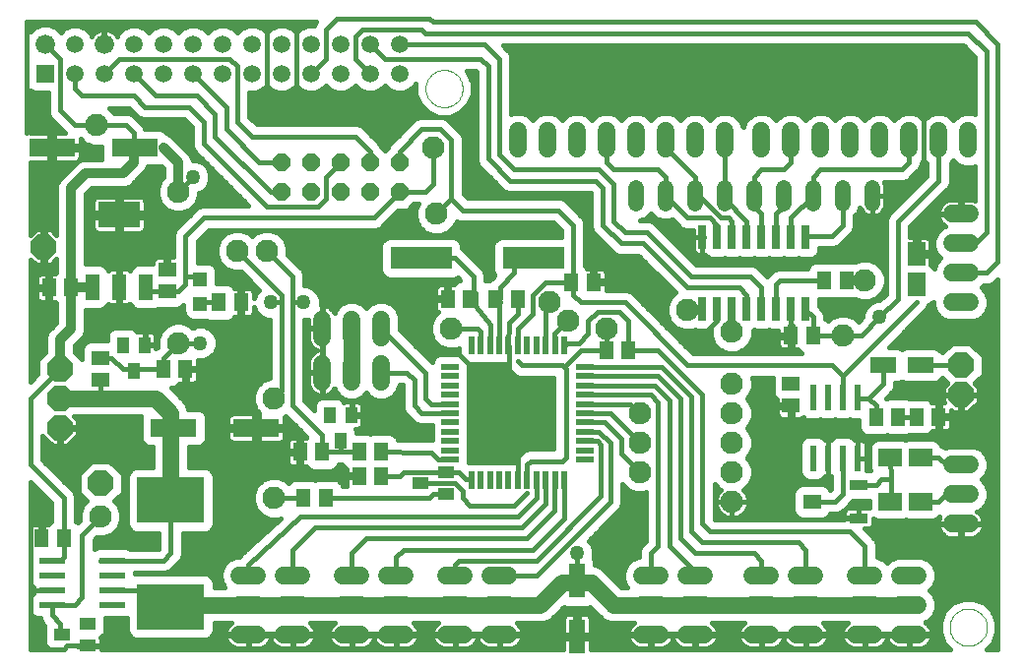
<source format=gtl>
G75*
G70*
%OFA0B0*%
%FSLAX24Y24*%
%IPPOS*%
%LPD*%
%AMOC8*
5,1,8,0,0,1.08239X$1,22.5*
%
%ADD10C,0.0000*%
%ADD11R,0.2100X0.0760*%
%ADD12C,0.0600*%
%ADD13R,0.0197X0.0591*%
%ADD14R,0.0591X0.0197*%
%ADD15R,0.0870X0.0240*%
%ADD16R,0.2299X0.1551*%
%ADD17R,0.0551X0.1181*%
%ADD18R,0.0512X0.0630*%
%ADD19R,0.0551X0.0394*%
%ADD20R,0.0394X0.0551*%
%ADD21R,0.1575X0.0630*%
%ADD22R,0.0594X0.0594*%
%ADD23C,0.0660*%
%ADD24C,0.0594*%
%ADD25R,0.0512X0.0591*%
%ADD26R,0.0591X0.0512*%
%ADD27C,0.0520*%
%ADD28R,0.0260X0.0800*%
%ADD29R,0.0480X0.0880*%
%ADD30R,0.1417X0.0866*%
%ADD31R,0.0630X0.0512*%
%ADD32C,0.0760*%
%ADD33R,0.0472X0.0472*%
%ADD34R,0.0787X0.0591*%
%ADD35R,0.0236X0.0866*%
%ADD36R,0.0630X0.0354*%
%ADD37R,0.0866X0.0551*%
%ADD38OC8,0.0600*%
%ADD39R,0.0591X0.0787*%
%ADD40C,0.0500*%
%ADD41OC8,0.0850*%
%ADD42C,0.0160*%
%ADD43C,0.0320*%
%ADD44C,0.0560*%
D10*
X014179Y019595D02*
X014181Y019645D01*
X014187Y019695D01*
X014197Y019744D01*
X014211Y019792D01*
X014228Y019839D01*
X014249Y019884D01*
X014274Y019928D01*
X014302Y019969D01*
X014334Y020008D01*
X014368Y020045D01*
X014405Y020079D01*
X014445Y020109D01*
X014487Y020136D01*
X014531Y020160D01*
X014577Y020181D01*
X014624Y020197D01*
X014672Y020210D01*
X014722Y020219D01*
X014771Y020224D01*
X014822Y020225D01*
X014872Y020222D01*
X014921Y020215D01*
X014970Y020204D01*
X015018Y020189D01*
X015064Y020171D01*
X015109Y020149D01*
X015152Y020123D01*
X015193Y020094D01*
X015232Y020062D01*
X015268Y020027D01*
X015300Y019989D01*
X015330Y019949D01*
X015357Y019906D01*
X015380Y019862D01*
X015399Y019816D01*
X015415Y019768D01*
X015427Y019719D01*
X015435Y019670D01*
X015439Y019620D01*
X015439Y019570D01*
X015435Y019520D01*
X015427Y019471D01*
X015415Y019422D01*
X015399Y019374D01*
X015380Y019328D01*
X015357Y019284D01*
X015330Y019241D01*
X015300Y019201D01*
X015268Y019163D01*
X015232Y019128D01*
X015193Y019096D01*
X015152Y019067D01*
X015109Y019041D01*
X015064Y019019D01*
X015018Y019001D01*
X014970Y018986D01*
X014921Y018975D01*
X014872Y018968D01*
X014822Y018965D01*
X014771Y018966D01*
X014722Y018971D01*
X014672Y018980D01*
X014624Y018993D01*
X014577Y019009D01*
X014531Y019030D01*
X014487Y019054D01*
X014445Y019081D01*
X014405Y019111D01*
X014368Y019145D01*
X014334Y019182D01*
X014302Y019221D01*
X014274Y019262D01*
X014249Y019306D01*
X014228Y019351D01*
X014211Y019398D01*
X014197Y019446D01*
X014187Y019495D01*
X014181Y019545D01*
X014179Y019595D01*
X031929Y001345D02*
X031931Y001395D01*
X031937Y001445D01*
X031947Y001494D01*
X031961Y001542D01*
X031978Y001589D01*
X031999Y001634D01*
X032024Y001678D01*
X032052Y001719D01*
X032084Y001758D01*
X032118Y001795D01*
X032155Y001829D01*
X032195Y001859D01*
X032237Y001886D01*
X032281Y001910D01*
X032327Y001931D01*
X032374Y001947D01*
X032422Y001960D01*
X032472Y001969D01*
X032521Y001974D01*
X032572Y001975D01*
X032622Y001972D01*
X032671Y001965D01*
X032720Y001954D01*
X032768Y001939D01*
X032814Y001921D01*
X032859Y001899D01*
X032902Y001873D01*
X032943Y001844D01*
X032982Y001812D01*
X033018Y001777D01*
X033050Y001739D01*
X033080Y001699D01*
X033107Y001656D01*
X033130Y001612D01*
X033149Y001566D01*
X033165Y001518D01*
X033177Y001469D01*
X033185Y001420D01*
X033189Y001370D01*
X033189Y001320D01*
X033185Y001270D01*
X033177Y001221D01*
X033165Y001172D01*
X033149Y001124D01*
X033130Y001078D01*
X033107Y001034D01*
X033080Y000991D01*
X033050Y000951D01*
X033018Y000913D01*
X032982Y000878D01*
X032943Y000846D01*
X032902Y000817D01*
X032859Y000791D01*
X032814Y000769D01*
X032768Y000751D01*
X032720Y000736D01*
X032671Y000725D01*
X032622Y000718D01*
X032572Y000715D01*
X032521Y000716D01*
X032472Y000721D01*
X032422Y000730D01*
X032374Y000743D01*
X032327Y000759D01*
X032281Y000780D01*
X032237Y000804D01*
X032195Y000831D01*
X032155Y000861D01*
X032118Y000895D01*
X032084Y000932D01*
X032052Y000971D01*
X032024Y001012D01*
X031999Y001056D01*
X031978Y001101D01*
X031961Y001148D01*
X031947Y001196D01*
X031937Y001245D01*
X031931Y001295D01*
X031929Y001345D01*
D11*
X017834Y013845D03*
X014034Y013845D03*
D12*
X012684Y011770D02*
X012684Y011170D01*
X012684Y010270D02*
X012684Y009670D01*
X011684Y009670D02*
X011684Y010270D01*
X011684Y011170D02*
X011684Y011770D01*
X010684Y011770D02*
X010684Y011170D01*
X010684Y010270D02*
X010684Y009670D01*
X011384Y003095D02*
X011984Y003095D01*
X012884Y003095D02*
X013484Y003095D01*
X013484Y002095D02*
X012884Y002095D01*
X011984Y002095D02*
X011384Y002095D01*
X011384Y001095D02*
X011984Y001095D01*
X012884Y001095D02*
X013484Y001095D01*
X014884Y001095D02*
X015484Y001095D01*
X016384Y001095D02*
X016984Y001095D01*
X016984Y002095D02*
X016384Y002095D01*
X015484Y002095D02*
X014884Y002095D01*
X014884Y003095D02*
X015484Y003095D01*
X016384Y003095D02*
X016984Y003095D01*
X021509Y003095D02*
X022109Y003095D01*
X023009Y003095D02*
X023609Y003095D01*
X023609Y002095D02*
X023009Y002095D01*
X022109Y002095D02*
X021509Y002095D01*
X021509Y001095D02*
X022109Y001095D01*
X023009Y001095D02*
X023609Y001095D01*
X025259Y001095D02*
X025859Y001095D01*
X026759Y001095D02*
X027359Y001095D01*
X027359Y002095D02*
X026759Y002095D01*
X025859Y002095D02*
X025259Y002095D01*
X025259Y003095D02*
X025859Y003095D01*
X026759Y003095D02*
X027359Y003095D01*
X028759Y003095D02*
X029359Y003095D01*
X030259Y003095D02*
X030859Y003095D01*
X030859Y002095D02*
X030259Y002095D01*
X029359Y002095D02*
X028759Y002095D01*
X028759Y001095D02*
X029359Y001095D01*
X030259Y001095D02*
X030859Y001095D01*
X032009Y004845D02*
X032609Y004845D01*
X032609Y005845D02*
X032009Y005845D01*
X032009Y006845D02*
X032609Y006845D01*
X032609Y012345D02*
X032009Y012345D01*
X032009Y013345D02*
X032609Y013345D01*
X032609Y014345D02*
X032009Y014345D01*
X032009Y015345D02*
X032609Y015345D01*
X032559Y017545D02*
X032559Y018145D01*
X031559Y018145D02*
X031559Y017545D01*
X030559Y017545D02*
X030559Y018145D01*
X029559Y018145D02*
X029559Y017545D01*
X028559Y017545D02*
X028559Y018145D01*
X027559Y018145D02*
X027559Y017545D01*
X026559Y017545D02*
X026559Y018145D01*
X025559Y018145D02*
X025559Y017545D01*
X024309Y017545D02*
X024309Y018145D01*
X023309Y018145D02*
X023309Y017545D01*
X022309Y017545D02*
X022309Y018145D01*
X021309Y018145D02*
X021309Y017545D01*
X020309Y017545D02*
X020309Y018145D01*
X019309Y018145D02*
X019309Y017545D01*
X018309Y017545D02*
X018309Y018145D01*
X017309Y018145D02*
X017309Y017545D01*
X009984Y003095D02*
X009384Y003095D01*
X008484Y003095D02*
X007884Y003095D01*
X007884Y002095D02*
X008484Y002095D01*
X009384Y002095D02*
X009984Y002095D01*
X009984Y001095D02*
X009384Y001095D01*
X008484Y001095D02*
X007884Y001095D01*
D13*
X015734Y006312D03*
X016049Y006312D03*
X016364Y006312D03*
X016679Y006312D03*
X016994Y006312D03*
X017309Y006312D03*
X017624Y006312D03*
X017939Y006312D03*
X018254Y006312D03*
X018569Y006312D03*
X018884Y006312D03*
X018884Y010879D03*
X018569Y010879D03*
X018254Y010879D03*
X017939Y010879D03*
X017624Y010879D03*
X017309Y010879D03*
X016994Y010879D03*
X016679Y010879D03*
X016364Y010879D03*
X016049Y010879D03*
X015734Y010879D03*
D14*
X015025Y010170D03*
X015025Y009855D03*
X015025Y009540D03*
X015025Y009225D03*
X015025Y008910D03*
X015025Y008595D03*
X015025Y008281D03*
X015025Y007966D03*
X015025Y007651D03*
X015025Y007336D03*
X015025Y007021D03*
X019592Y007021D03*
X019592Y007336D03*
X019592Y007651D03*
X019592Y007966D03*
X019592Y008281D03*
X019592Y008595D03*
X019592Y008910D03*
X019592Y009225D03*
X019592Y009540D03*
X019592Y009855D03*
X019592Y010170D03*
D15*
X003589Y003595D03*
X003589Y003095D03*
X003589Y002595D03*
X003589Y002095D03*
X001529Y002095D03*
X001529Y002595D03*
X001529Y003095D03*
X001529Y003595D03*
D16*
X005559Y002044D03*
X005559Y005647D03*
D17*
X019309Y002915D03*
X019309Y001026D03*
D18*
X012683Y006470D03*
X011935Y006470D03*
X011935Y007283D03*
X012683Y007283D03*
X010683Y007283D03*
X009935Y007283D03*
X010060Y005720D03*
X010808Y005720D03*
X006058Y010095D03*
X005310Y010095D03*
X007185Y012345D03*
X007933Y012345D03*
X020310Y010720D03*
X021058Y010720D03*
X027685Y013095D03*
X028433Y013095D03*
X029435Y008470D03*
X030183Y008470D03*
D19*
X014867Y006594D03*
X014867Y005846D03*
X014001Y006220D03*
X002742Y001469D03*
X001876Y001095D03*
X002742Y000721D03*
D20*
X011309Y007662D03*
X011683Y008529D03*
X010935Y008529D03*
X004683Y010904D03*
X003935Y010904D03*
X004309Y010037D03*
D21*
X005661Y008095D03*
X008457Y008095D03*
X004332Y017595D03*
X001536Y017595D03*
D22*
X001309Y020095D03*
D23*
X001309Y021095D03*
X003309Y021095D03*
D24*
X004309Y021095D03*
X005309Y021095D03*
X006309Y021095D03*
X007309Y021095D03*
X008309Y021095D03*
X009309Y021095D03*
X010309Y021095D03*
X011309Y021095D03*
X012309Y021095D03*
X013309Y021095D03*
X013309Y020095D03*
X012309Y020095D03*
X011309Y020095D03*
X010309Y020095D03*
X009309Y020095D03*
X008309Y020095D03*
X007309Y020095D03*
X006309Y020095D03*
X005309Y020095D03*
X004309Y020095D03*
X003309Y020095D03*
X002309Y020095D03*
X002309Y021095D03*
D25*
X002183Y012845D03*
X001435Y012845D03*
X001185Y004345D03*
X001933Y004345D03*
X014935Y012470D03*
X015683Y012470D03*
X016560Y012470D03*
X017308Y012470D03*
X019122Y013033D03*
X019870Y013033D03*
X026560Y011220D03*
X027308Y011220D03*
X030810Y008470D03*
X031558Y008470D03*
D26*
X026559Y008846D03*
X026559Y009594D03*
X005434Y012721D03*
X005434Y013469D03*
D27*
X021309Y015710D02*
X021309Y016230D01*
X022309Y016230D02*
X022309Y015710D01*
X023309Y015710D02*
X023309Y016230D01*
X024309Y016230D02*
X024309Y015710D01*
X025309Y015710D02*
X025309Y016230D01*
X026309Y016230D02*
X026309Y015710D01*
X027309Y015710D02*
X027309Y016230D01*
X028309Y016230D02*
X028309Y015710D01*
X029309Y015710D02*
X029309Y016230D01*
D28*
X027059Y014555D03*
X026559Y014555D03*
X026059Y014555D03*
X025559Y014555D03*
X025059Y014555D03*
X024559Y014555D03*
X024059Y014555D03*
X023559Y014555D03*
X023559Y012135D03*
X024059Y012135D03*
X024559Y012135D03*
X025059Y012135D03*
X025559Y012135D03*
X026059Y012135D03*
X026559Y012135D03*
X027059Y012135D03*
D29*
X004719Y012875D03*
X003809Y012875D03*
X002899Y012875D03*
D30*
X003809Y015316D03*
D31*
X003184Y010469D03*
X003184Y009721D03*
X027271Y005595D03*
D32*
X024559Y005595D03*
X024559Y006595D03*
X024559Y007595D03*
X024559Y008595D03*
X024559Y009595D03*
X024559Y011345D03*
X023059Y012095D03*
X020309Y011470D03*
X018996Y011720D03*
X018371Y012345D03*
X015059Y011470D03*
X013809Y011595D03*
X012809Y008720D03*
X009059Y009095D03*
X005809Y010970D03*
X007809Y014095D03*
X008809Y014095D03*
X005809Y016095D03*
X004809Y016345D03*
X003059Y018345D03*
X011809Y018970D03*
X014434Y017595D03*
X014559Y015345D03*
X018809Y020595D03*
X029059Y013095D03*
X028309Y011220D03*
X021434Y008595D03*
X021434Y007595D03*
X021434Y006595D03*
X021059Y005095D03*
X009059Y005720D03*
X007559Y004595D03*
X003184Y005095D03*
X001184Y005220D03*
X004059Y007595D03*
X031059Y020595D03*
D33*
X006559Y013134D03*
X006559Y012307D03*
D34*
X029922Y007095D03*
X030946Y007095D03*
X030946Y005595D03*
X029922Y005595D03*
D35*
X028809Y007072D03*
X028309Y007072D03*
X027809Y007072D03*
X027309Y007072D03*
X027309Y009119D03*
X027809Y009119D03*
X028309Y009119D03*
X028809Y009119D03*
D36*
X028846Y006147D03*
X028846Y005044D03*
D37*
X029679Y010220D03*
X030939Y010220D03*
D38*
X013309Y016095D03*
X012309Y016095D03*
X011309Y016095D03*
X010309Y016095D03*
X009309Y016095D03*
X009309Y017095D03*
X010309Y017095D03*
X011309Y017095D03*
X012309Y017095D03*
X013309Y017095D03*
D39*
X030809Y013982D03*
X030809Y012959D03*
D40*
X029559Y011845D03*
X019309Y003845D03*
X010059Y012345D03*
X008934Y012345D03*
X006559Y010970D03*
X006309Y016595D03*
D41*
X001246Y014220D03*
X001809Y010095D03*
X001809Y009095D03*
X001809Y008095D03*
X003184Y006220D03*
X032309Y009220D03*
X032309Y010220D03*
D42*
X000809Y001801D02*
X000809Y000595D01*
X001470Y000595D01*
X001413Y000619D01*
X001320Y000712D01*
X001270Y000833D01*
X001270Y001358D01*
X001291Y001408D01*
X001181Y001518D01*
X001129Y001645D01*
X001028Y001645D01*
X000907Y001696D01*
X000814Y001789D01*
X000809Y001801D01*
X000809Y001680D02*
X000944Y001680D01*
X000809Y001522D02*
X001180Y001522D01*
X001272Y001363D02*
X000809Y001363D01*
X000809Y001205D02*
X001270Y001205D01*
X001270Y001046D02*
X000809Y001046D01*
X000809Y000970D02*
X001184Y000595D01*
X001934Y000595D01*
X002059Y000720D01*
X002491Y000720D01*
X002742Y000721D01*
X002760Y000729D02*
X007571Y000729D01*
X007632Y000685D01*
X007700Y000651D01*
X007771Y000627D01*
X007846Y000615D01*
X008164Y000615D01*
X008164Y001075D01*
X008204Y001075D01*
X008204Y000615D01*
X008522Y000615D01*
X008596Y000627D01*
X008668Y000651D01*
X008735Y000685D01*
X008797Y000729D01*
X008850Y000783D01*
X008894Y000844D01*
X008929Y000911D01*
X008934Y000927D01*
X008939Y000911D01*
X008973Y000844D01*
X009018Y000783D01*
X009071Y000729D01*
X009132Y000685D01*
X009200Y000651D01*
X009271Y000627D01*
X009346Y000615D01*
X009664Y000615D01*
X009664Y001075D01*
X009704Y001075D01*
X009704Y000615D01*
X010022Y000615D01*
X010096Y000627D01*
X010168Y000651D01*
X010235Y000685D01*
X010297Y000729D01*
X010350Y000783D01*
X010394Y000844D01*
X010429Y000911D01*
X010452Y000983D01*
X010464Y001058D01*
X010464Y001075D01*
X009704Y001075D01*
X009704Y001115D01*
X010464Y001115D01*
X010464Y001133D01*
X010452Y001208D01*
X010429Y001280D01*
X010394Y001347D01*
X010350Y001408D01*
X010297Y001462D01*
X010264Y001485D01*
X011104Y001485D01*
X011071Y001462D01*
X011018Y001408D01*
X010973Y001347D01*
X010939Y001280D01*
X010916Y001208D01*
X010904Y001133D01*
X010904Y001115D01*
X011664Y001115D01*
X011664Y001075D01*
X011704Y001075D01*
X011704Y000615D01*
X012022Y000615D01*
X012096Y000627D01*
X012168Y000651D01*
X012235Y000685D01*
X012297Y000729D01*
X012350Y000783D01*
X012394Y000844D01*
X012429Y000911D01*
X012434Y000927D01*
X012439Y000911D01*
X012473Y000844D01*
X012518Y000783D01*
X012571Y000729D01*
X012632Y000685D01*
X012700Y000651D01*
X012771Y000627D01*
X012846Y000615D01*
X013164Y000615D01*
X013164Y001075D01*
X013204Y001075D01*
X013204Y000615D01*
X013522Y000615D01*
X013596Y000627D01*
X013668Y000651D01*
X013735Y000685D01*
X013797Y000729D01*
X013850Y000783D01*
X013894Y000844D01*
X013929Y000911D01*
X013952Y000983D01*
X013964Y001058D01*
X013964Y001075D01*
X013204Y001075D01*
X013204Y001115D01*
X013964Y001115D01*
X013964Y001133D01*
X013952Y001208D01*
X013929Y001280D01*
X013894Y001347D01*
X013850Y001408D01*
X013797Y001462D01*
X013764Y001485D01*
X014604Y001485D01*
X014571Y001462D01*
X014518Y001408D01*
X014473Y001347D01*
X014439Y001280D01*
X014416Y001208D01*
X014404Y001133D01*
X014404Y001115D01*
X015164Y001115D01*
X015164Y001075D01*
X015204Y001075D01*
X015204Y000615D01*
X015522Y000615D01*
X015596Y000627D01*
X015668Y000651D01*
X015735Y000685D01*
X015797Y000729D01*
X015850Y000783D01*
X015894Y000844D01*
X015929Y000911D01*
X015934Y000927D01*
X015939Y000911D01*
X015973Y000844D01*
X016018Y000783D01*
X016071Y000729D01*
X016132Y000685D01*
X016200Y000651D01*
X016271Y000627D01*
X016346Y000615D01*
X016664Y000615D01*
X016664Y001075D01*
X016704Y001075D01*
X016704Y000615D01*
X017022Y000615D01*
X017096Y000627D01*
X017168Y000651D01*
X017235Y000685D01*
X017297Y000729D01*
X017350Y000783D01*
X017394Y000844D01*
X017429Y000911D01*
X017452Y000983D01*
X017464Y001058D01*
X017464Y001075D01*
X016704Y001075D01*
X016704Y001115D01*
X017464Y001115D01*
X017464Y001133D01*
X017452Y001208D01*
X017429Y001280D01*
X017394Y001347D01*
X017350Y001408D01*
X017297Y001462D01*
X017264Y001485D01*
X018180Y001485D01*
X018404Y001578D01*
X018864Y002038D01*
X018968Y001995D01*
X019650Y001995D01*
X019754Y002038D01*
X020213Y001578D01*
X020438Y001485D01*
X021229Y001485D01*
X021196Y001462D01*
X021143Y001408D01*
X021098Y001347D01*
X021064Y001280D01*
X021041Y001208D01*
X021029Y001133D01*
X021029Y001115D01*
X021789Y001115D01*
X021789Y001075D01*
X021829Y001075D01*
X021829Y000615D01*
X022147Y000615D01*
X022221Y000627D01*
X022293Y000651D01*
X022360Y000685D01*
X022422Y000729D01*
X022475Y000783D01*
X022519Y000844D01*
X022554Y000911D01*
X022559Y000927D01*
X022564Y000911D01*
X022598Y000844D01*
X022643Y000783D01*
X022696Y000729D01*
X022757Y000685D01*
X022825Y000651D01*
X022896Y000627D01*
X022971Y000615D01*
X023289Y000615D01*
X023289Y001075D01*
X023329Y001075D01*
X023329Y000615D01*
X023647Y000615D01*
X023721Y000627D01*
X023793Y000651D01*
X023860Y000685D01*
X023922Y000729D01*
X023975Y000783D01*
X024019Y000844D01*
X024054Y000911D01*
X024077Y000983D01*
X024089Y001058D01*
X024089Y001075D01*
X023329Y001075D01*
X023329Y001115D01*
X024089Y001115D01*
X024089Y001133D01*
X024077Y001208D01*
X024054Y001280D01*
X024019Y001347D01*
X023975Y001408D01*
X023922Y001462D01*
X023889Y001485D01*
X024979Y001485D01*
X024946Y001462D01*
X024893Y001408D01*
X024848Y001347D01*
X024814Y001280D01*
X024791Y001208D01*
X024779Y001133D01*
X024779Y001115D01*
X025539Y001115D01*
X025539Y001075D01*
X025579Y001075D01*
X025579Y000615D01*
X025897Y000615D01*
X025971Y000627D01*
X026043Y000651D01*
X026110Y000685D01*
X026172Y000729D01*
X026225Y000783D01*
X026269Y000844D01*
X026304Y000911D01*
X026309Y000927D01*
X026314Y000911D01*
X026348Y000844D01*
X026393Y000783D01*
X026446Y000729D01*
X026507Y000685D01*
X026575Y000651D01*
X026646Y000627D01*
X026721Y000615D01*
X027039Y000615D01*
X027039Y001075D01*
X027079Y001075D01*
X027079Y000615D01*
X027397Y000615D01*
X027471Y000627D01*
X027543Y000651D01*
X027610Y000685D01*
X027672Y000729D01*
X027725Y000783D01*
X027769Y000844D01*
X027804Y000911D01*
X027827Y000983D01*
X027839Y001058D01*
X027839Y001075D01*
X027079Y001075D01*
X027079Y001115D01*
X027839Y001115D01*
X027839Y001133D01*
X027827Y001208D01*
X027804Y001280D01*
X027769Y001347D01*
X027725Y001408D01*
X027672Y001462D01*
X027639Y001485D01*
X028479Y001485D01*
X028446Y001462D01*
X028393Y001408D01*
X028348Y001347D01*
X028314Y001280D01*
X028291Y001208D01*
X028279Y001133D01*
X028279Y001115D01*
X029039Y001115D01*
X029039Y001075D01*
X029079Y001075D01*
X029079Y000615D01*
X029397Y000615D01*
X029471Y000627D01*
X029543Y000651D01*
X029610Y000685D01*
X029672Y000729D01*
X029725Y000783D01*
X029769Y000844D01*
X029804Y000911D01*
X029809Y000927D01*
X029814Y000911D01*
X029848Y000844D01*
X029893Y000783D01*
X029946Y000729D01*
X030007Y000685D01*
X030075Y000651D01*
X030146Y000627D01*
X030221Y000615D01*
X030539Y000615D01*
X030539Y001075D01*
X030579Y001075D01*
X030579Y000615D01*
X030897Y000615D01*
X030971Y000627D01*
X031043Y000651D01*
X031110Y000685D01*
X031172Y000729D01*
X031225Y000783D01*
X031269Y000844D01*
X031304Y000911D01*
X031327Y000983D01*
X031339Y001058D01*
X031339Y001075D01*
X030579Y001075D01*
X030579Y001115D01*
X031339Y001115D01*
X031339Y001133D01*
X031327Y001208D01*
X031304Y001280D01*
X031269Y001347D01*
X031225Y001408D01*
X031172Y001462D01*
X031110Y001506D01*
X031098Y001512D01*
X031216Y001561D01*
X031393Y001739D01*
X031489Y001970D01*
X031489Y002221D01*
X031393Y002452D01*
X031250Y002595D01*
X031393Y002739D01*
X031489Y002970D01*
X031489Y003221D01*
X031393Y003452D01*
X031216Y003630D01*
X030984Y003725D01*
X030134Y003725D01*
X029902Y003630D01*
X029809Y003536D01*
X029716Y003630D01*
X029484Y003725D01*
X029469Y003725D01*
X029469Y004177D01*
X029406Y004328D01*
X029047Y004687D01*
X029185Y004687D01*
X029231Y004699D01*
X029272Y004723D01*
X029305Y004757D01*
X029329Y004798D01*
X029341Y004843D01*
X029341Y005021D01*
X029341Y005020D01*
X029463Y004970D01*
X030381Y004970D01*
X030434Y004992D01*
X030486Y004970D01*
X031405Y004970D01*
X031526Y005020D01*
X031594Y005088D01*
X031564Y005030D01*
X031541Y004958D01*
X031529Y004883D01*
X031529Y004865D01*
X032289Y004865D01*
X032289Y004825D01*
X032329Y004825D01*
X032329Y004365D01*
X032647Y004365D01*
X032721Y004377D01*
X032793Y004401D01*
X032860Y004435D01*
X032922Y004479D01*
X032975Y004533D01*
X033019Y004594D01*
X033054Y004661D01*
X033077Y004733D01*
X033089Y004808D01*
X033089Y004825D01*
X032329Y004825D01*
X032329Y004865D01*
X033089Y004865D01*
X033089Y004883D01*
X033077Y004958D01*
X033054Y005030D01*
X033019Y005097D01*
X032975Y005158D01*
X032922Y005212D01*
X032860Y005256D01*
X032848Y005262D01*
X032966Y005311D01*
X033143Y005489D01*
X033239Y005720D01*
X033239Y005971D01*
X033143Y006202D01*
X033000Y006345D01*
X033143Y006489D01*
X033239Y006720D01*
X033239Y006971D01*
X033143Y007202D01*
X032966Y007380D01*
X032734Y007475D01*
X031884Y007475D01*
X031795Y007439D01*
X031791Y007443D01*
X031651Y007501D01*
X031619Y007578D01*
X031526Y007671D01*
X031405Y007721D01*
X030486Y007721D01*
X030434Y007699D01*
X030381Y007721D01*
X029463Y007721D01*
X029341Y007671D01*
X029249Y007578D01*
X029198Y007456D01*
X029198Y006735D01*
X029233Y006651D01*
X029227Y006654D01*
X029107Y006654D01*
X029107Y007072D01*
X029107Y007529D01*
X029095Y007574D01*
X029071Y007615D01*
X029038Y007649D01*
X028996Y007673D01*
X028951Y007685D01*
X028809Y007685D01*
X028809Y007072D01*
X028809Y007072D01*
X029107Y007072D01*
X028809Y007072D01*
X028809Y007072D01*
X028809Y007685D01*
X028710Y007685D01*
X028707Y007692D01*
X028614Y007785D01*
X028493Y007835D01*
X028125Y007835D01*
X028004Y007785D01*
X027911Y007692D01*
X027908Y007685D01*
X027809Y007685D01*
X027809Y007072D01*
X027809Y007072D01*
X027809Y007685D01*
X027710Y007685D01*
X027707Y007692D01*
X027614Y007785D01*
X027493Y007835D01*
X027125Y007835D01*
X027004Y007785D01*
X026911Y007692D01*
X026861Y007571D01*
X026861Y006573D01*
X026911Y006452D01*
X027004Y006359D01*
X027125Y006309D01*
X027493Y006309D01*
X027614Y006359D01*
X027707Y006452D01*
X027710Y006459D01*
X027809Y006459D01*
X027899Y006459D01*
X027899Y006015D01*
X027889Y006005D01*
X027880Y006005D01*
X027866Y006038D01*
X027773Y006131D01*
X027652Y006181D01*
X026891Y006181D01*
X026770Y006131D01*
X026677Y006038D01*
X026627Y005917D01*
X026627Y005274D01*
X026677Y005153D01*
X026770Y005060D01*
X026891Y005010D01*
X027652Y005010D01*
X027773Y005060D01*
X027866Y005153D01*
X027880Y005185D01*
X028140Y005185D01*
X028291Y005248D01*
X028406Y005363D01*
X028656Y005613D01*
X028667Y005639D01*
X029198Y005639D01*
X029198Y005398D01*
X029185Y005401D01*
X028855Y005401D01*
X028855Y005053D01*
X028838Y005053D01*
X028838Y005401D01*
X028508Y005401D01*
X028462Y005389D01*
X028421Y005365D01*
X028387Y005332D01*
X028364Y005291D01*
X028351Y005245D01*
X028351Y005053D01*
X028838Y005053D01*
X028838Y005036D01*
X028351Y005036D01*
X028351Y005005D01*
X023979Y005005D01*
X023969Y005015D01*
X023969Y006181D01*
X024157Y005994D01*
X024163Y005991D01*
X024132Y005960D01*
X024080Y005889D01*
X024040Y005810D01*
X024013Y005727D01*
X023999Y005640D01*
X023999Y005595D01*
X023999Y005551D01*
X024013Y005464D01*
X024040Y005381D01*
X024080Y005302D01*
X024132Y005231D01*
X024194Y005168D01*
X024265Y005117D01*
X024344Y005076D01*
X024428Y005049D01*
X024515Y005035D01*
X024559Y005035D01*
X024603Y005035D01*
X024690Y005049D01*
X024774Y005076D01*
X024852Y005117D01*
X024924Y005168D01*
X024986Y005231D01*
X025038Y005302D01*
X025078Y005381D01*
X025105Y005464D01*
X025119Y005551D01*
X025119Y005595D01*
X024559Y005595D01*
X024559Y005035D01*
X024559Y005595D01*
X024559Y005595D01*
X024559Y005595D01*
X023999Y005595D01*
X024559Y005595D01*
X024559Y005595D01*
X025119Y005595D01*
X025119Y005640D01*
X025105Y005727D01*
X025078Y005810D01*
X025038Y005889D01*
X024986Y005960D01*
X026644Y005960D01*
X026627Y005801D02*
X025081Y005801D01*
X025118Y005643D02*
X026627Y005643D01*
X026627Y005484D02*
X025108Y005484D01*
X025050Y005326D02*
X026627Y005326D01*
X026671Y005167D02*
X024923Y005167D01*
X024559Y005167D02*
X024559Y005167D01*
X024559Y005326D02*
X024559Y005326D01*
X024559Y005484D02*
X024559Y005484D01*
X024195Y005167D02*
X023969Y005167D01*
X023975Y005009D02*
X028351Y005009D01*
X028351Y005167D02*
X027872Y005167D01*
X028059Y005595D02*
X027271Y005595D01*
X028059Y005595D02*
X028309Y005845D01*
X028309Y007072D01*
X028809Y007228D02*
X028809Y007228D01*
X028809Y007386D02*
X028809Y007386D01*
X028809Y007545D02*
X028809Y007545D01*
X028695Y007703D02*
X029421Y007703D01*
X029235Y007545D02*
X029103Y007545D01*
X029107Y007386D02*
X029198Y007386D01*
X029198Y007228D02*
X029107Y007228D01*
X029107Y007069D02*
X029198Y007069D01*
X029198Y006911D02*
X029107Y006911D01*
X029107Y006752D02*
X029198Y006752D01*
X029621Y006345D02*
X029929Y006348D01*
X029934Y005845D01*
X029922Y005595D01*
X029198Y005484D02*
X028528Y005484D01*
X028384Y005326D02*
X028369Y005326D01*
X028838Y005326D02*
X028855Y005326D01*
X028838Y005167D02*
X028855Y005167D01*
X029341Y005009D02*
X029369Y005009D01*
X029341Y004850D02*
X032289Y004850D01*
X032289Y004825D02*
X031529Y004825D01*
X031529Y004808D01*
X031541Y004733D01*
X031564Y004661D01*
X031598Y004594D01*
X031643Y004533D01*
X031696Y004479D01*
X031757Y004435D01*
X031825Y004401D01*
X031896Y004377D01*
X031971Y004365D01*
X032289Y004365D01*
X032289Y004825D01*
X032329Y004850D02*
X033559Y004850D01*
X033559Y004692D02*
X033064Y004692D01*
X032976Y004533D02*
X033559Y004533D01*
X033559Y004375D02*
X032707Y004375D01*
X032329Y004375D02*
X032289Y004375D01*
X032289Y004533D02*
X032329Y004533D01*
X032329Y004692D02*
X032289Y004692D01*
X031911Y004375D02*
X029359Y004375D01*
X029453Y004216D02*
X033559Y004216D01*
X033559Y004058D02*
X029469Y004058D01*
X029469Y003899D02*
X033559Y003899D01*
X033559Y003741D02*
X029469Y003741D01*
X029763Y003582D02*
X029855Y003582D01*
X029059Y003095D02*
X029059Y004095D01*
X028559Y004595D01*
X023809Y004595D01*
X023559Y004845D01*
X023559Y009220D01*
X022059Y010720D01*
X021058Y010720D01*
X021059Y011720D01*
X020746Y012033D01*
X019996Y012033D01*
X019684Y011720D01*
X019684Y011283D01*
X019371Y010970D01*
X018871Y010970D01*
X018871Y010845D01*
X018900Y010879D01*
X018884Y010879D01*
X018569Y010879D02*
X018559Y011283D01*
X018996Y011720D01*
X019434Y012345D02*
X020934Y012345D01*
X023059Y010220D01*
X027934Y010220D01*
X028309Y009845D01*
X030809Y012345D01*
X031168Y012141D02*
X031411Y012141D01*
X031379Y012220D02*
X031475Y011989D01*
X031652Y011811D01*
X031884Y011715D01*
X032734Y011715D01*
X032966Y011811D01*
X033143Y011989D01*
X033239Y012220D01*
X033239Y012471D01*
X033143Y012702D01*
X033000Y012845D01*
X033090Y012935D01*
X033265Y012935D01*
X033416Y012998D01*
X033531Y013113D01*
X033559Y013141D01*
X033559Y000595D01*
X033166Y000595D01*
X033373Y000802D01*
X033519Y001155D01*
X033519Y001536D01*
X033373Y001889D01*
X033103Y002159D01*
X032750Y002305D01*
X032368Y002305D01*
X032015Y002159D01*
X031745Y001889D01*
X031599Y001536D01*
X031599Y001155D01*
X031745Y000802D01*
X031951Y000595D01*
X019764Y000595D01*
X019764Y000968D01*
X019367Y000968D01*
X019367Y001083D01*
X019764Y001083D01*
X019764Y001640D01*
X019752Y001686D01*
X019728Y001727D01*
X019695Y001760D01*
X019654Y001784D01*
X019608Y001796D01*
X019367Y001796D01*
X019367Y001083D01*
X019251Y001083D01*
X019251Y000968D01*
X018853Y000968D01*
X018853Y000595D01*
X003198Y000595D01*
X003198Y000703D01*
X002760Y000703D01*
X002760Y000740D01*
X003198Y000740D01*
X003198Y000942D01*
X003186Y000985D01*
X003204Y000993D01*
X003297Y001086D01*
X003348Y001207D01*
X003348Y001645D01*
X004079Y001645D01*
X004079Y001203D01*
X004130Y001082D01*
X004222Y000989D01*
X004344Y000939D01*
X006774Y000939D01*
X006895Y000989D01*
X006988Y001082D01*
X007038Y001203D01*
X007038Y001485D01*
X007604Y001485D01*
X007571Y001462D01*
X007518Y001408D01*
X007473Y001347D01*
X007439Y001280D01*
X007416Y001208D01*
X007404Y001133D01*
X007404Y001115D01*
X008164Y001115D01*
X008164Y001075D01*
X007404Y001075D01*
X007404Y001058D01*
X007416Y000983D01*
X007439Y000911D01*
X007473Y000844D01*
X007518Y000783D01*
X007571Y000729D01*
X007451Y000888D02*
X003198Y000888D01*
X003258Y001046D02*
X004165Y001046D01*
X004079Y001205D02*
X003347Y001205D01*
X003348Y001363D02*
X004079Y001363D01*
X004079Y001522D02*
X003348Y001522D01*
X002724Y000740D02*
X002443Y000740D01*
X002431Y000712D01*
X002422Y000703D01*
X002724Y000703D01*
X002724Y000740D01*
X002724Y000729D02*
X002439Y000729D01*
X001876Y001095D02*
X001809Y001162D01*
X001809Y001470D01*
X001529Y001750D01*
X001529Y002095D01*
X002309Y002095D01*
X002559Y002345D01*
X002559Y004470D01*
X003184Y005095D01*
X003851Y004850D02*
X004079Y004850D01*
X004079Y004805D02*
X004130Y004684D01*
X004222Y004591D01*
X004344Y004541D01*
X005149Y004541D01*
X005149Y004015D01*
X005139Y004005D01*
X004186Y004005D01*
X004090Y004045D01*
X003088Y004045D01*
X002969Y003996D01*
X002969Y004301D01*
X003054Y004385D01*
X003325Y004385D01*
X003586Y004494D01*
X003786Y004693D01*
X003894Y004954D01*
X003894Y005237D01*
X003786Y005498D01*
X003657Y005626D01*
X003939Y005908D01*
X003939Y006533D01*
X003497Y006975D01*
X002871Y006975D01*
X002429Y006533D01*
X002429Y005908D01*
X002710Y005626D01*
X002582Y005498D01*
X002474Y005237D01*
X002474Y004965D01*
X002402Y004894D01*
X002376Y004921D01*
X002343Y004934D01*
X002344Y005514D01*
X002344Y005595D01*
X002344Y005677D01*
X002344Y005802D01*
X002281Y005953D01*
X002166Y006068D01*
X001219Y007015D01*
X001219Y007830D01*
X001558Y007490D01*
X001789Y007490D01*
X001789Y008075D01*
X001829Y008075D01*
X001829Y007490D01*
X002059Y007490D01*
X002414Y007845D01*
X002414Y008075D01*
X001829Y008075D01*
X001829Y008115D01*
X002414Y008115D01*
X002414Y008346D01*
X002274Y008485D01*
X004548Y008485D01*
X004544Y008476D01*
X004544Y007715D01*
X004594Y007594D01*
X004687Y007501D01*
X004808Y007451D01*
X004949Y007451D01*
X004949Y006752D01*
X004344Y006752D01*
X004222Y006702D01*
X004130Y006609D01*
X004079Y006488D01*
X004079Y004805D01*
X004126Y004692D02*
X003784Y004692D01*
X003626Y004533D02*
X005149Y004533D01*
X005149Y004375D02*
X003043Y004375D01*
X002969Y004216D02*
X005149Y004216D01*
X005149Y004058D02*
X002969Y004058D01*
X003184Y003595D02*
X005309Y003595D01*
X005559Y003845D01*
X005559Y005595D01*
X005559Y005647D01*
X006169Y006752D02*
X006169Y007451D01*
X006514Y007451D01*
X006636Y007501D01*
X006728Y007594D01*
X006779Y007715D01*
X006779Y008476D01*
X006728Y008597D01*
X006636Y008690D01*
X006514Y008740D01*
X006159Y008740D01*
X006076Y008941D01*
X005904Y009113D01*
X005566Y009451D01*
X005631Y009451D01*
X005753Y009501D01*
X005846Y009594D01*
X005848Y009601D01*
X006010Y009601D01*
X006010Y010048D01*
X006106Y010048D01*
X006106Y010143D01*
X006494Y010143D01*
X006494Y010390D01*
X006674Y010390D01*
X006887Y010479D01*
X007051Y010642D01*
X007139Y010855D01*
X007139Y011086D01*
X007051Y011299D01*
X006887Y011462D01*
X006674Y011550D01*
X006443Y011550D01*
X006295Y011489D01*
X006211Y011572D01*
X005950Y011680D01*
X005668Y011680D01*
X005407Y011572D01*
X005207Y011373D01*
X005099Y011112D01*
X005099Y010840D01*
X005076Y010818D01*
X005076Y010817D01*
X005060Y010801D01*
X005060Y010885D01*
X004701Y010885D01*
X004701Y010922D01*
X004664Y010922D01*
X004664Y011359D01*
X004462Y011359D01*
X004419Y011348D01*
X004411Y011366D01*
X004319Y011459D01*
X004197Y011509D01*
X003672Y011509D01*
X003551Y011459D01*
X003458Y011366D01*
X003408Y011245D01*
X003408Y011055D01*
X002803Y011055D01*
X002682Y011005D01*
X002589Y010912D01*
X002539Y010791D01*
X002539Y010433D01*
X002299Y010673D01*
X002299Y010893D01*
X002462Y011055D01*
X002531Y011124D01*
X002599Y011193D01*
X002599Y011193D01*
X002599Y011193D01*
X002637Y011283D01*
X002674Y011373D01*
X002674Y011373D01*
X002674Y011373D01*
X002674Y011471D01*
X002674Y011568D01*
X002674Y011568D01*
X002673Y012105D01*
X003205Y012105D01*
X003326Y012156D01*
X003419Y012249D01*
X003443Y012307D01*
X003458Y012291D01*
X003499Y012268D01*
X003545Y012255D01*
X003769Y012255D01*
X003769Y012835D01*
X003849Y012835D01*
X003849Y012255D01*
X004073Y012255D01*
X004118Y012268D01*
X004159Y012291D01*
X004175Y012307D01*
X004199Y012249D01*
X004292Y012156D01*
X004413Y012105D01*
X005025Y012105D01*
X005097Y012136D01*
X005795Y012136D01*
X005916Y012186D01*
X005993Y012262D01*
X005993Y012005D01*
X006043Y011884D01*
X006136Y011791D01*
X006257Y011741D01*
X006766Y011741D01*
X006863Y011701D01*
X007506Y011701D01*
X007628Y011751D01*
X007721Y011844D01*
X007723Y011851D01*
X007885Y011851D01*
X007885Y012298D01*
X007981Y012298D01*
X007981Y011851D01*
X008212Y011851D01*
X008258Y011863D01*
X008299Y011886D01*
X008333Y011920D01*
X008357Y011961D01*
X008369Y012007D01*
X008369Y012194D01*
X008442Y012017D01*
X008605Y011854D01*
X008818Y011765D01*
X008899Y011765D01*
X008899Y009798D01*
X008657Y009697D01*
X008457Y009498D01*
X008349Y009237D01*
X008349Y008954D01*
X008457Y008693D01*
X008560Y008590D01*
X008534Y008590D01*
X008534Y008173D01*
X008379Y008173D01*
X008379Y008590D01*
X007645Y008590D01*
X007600Y008578D01*
X007559Y008554D01*
X007525Y008521D01*
X007501Y008480D01*
X007489Y008434D01*
X007489Y008173D01*
X008379Y008173D01*
X008379Y008018D01*
X007489Y008018D01*
X007489Y007757D01*
X007501Y007711D01*
X007525Y007670D01*
X007559Y007636D01*
X007600Y007613D01*
X007645Y007601D01*
X008379Y007601D01*
X008379Y008018D01*
X008534Y008018D01*
X008534Y008173D01*
X009424Y008173D01*
X009424Y008434D01*
X009413Y008474D01*
X009457Y008492D01*
X010156Y007794D01*
X010147Y007785D01*
X010144Y007778D01*
X009983Y007778D01*
X009983Y007331D01*
X009887Y007331D01*
X009887Y007778D01*
X009655Y007778D01*
X009609Y007766D01*
X009568Y007742D01*
X009535Y007708D01*
X009511Y007667D01*
X009499Y007622D01*
X009499Y007331D01*
X009887Y007331D01*
X009887Y007235D01*
X009983Y007235D01*
X009983Y006788D01*
X010144Y006788D01*
X010147Y006781D01*
X010240Y006688D01*
X010361Y006638D01*
X011004Y006638D01*
X011126Y006688D01*
X011219Y006781D01*
X011257Y006873D01*
X011361Y006873D01*
X011399Y006781D01*
X011492Y006688D01*
X011499Y006685D01*
X011499Y006518D01*
X011887Y006518D01*
X011887Y006423D01*
X011499Y006423D01*
X011499Y006132D01*
X011499Y006130D01*
X011382Y006130D01*
X011344Y006222D01*
X011251Y006315D01*
X011129Y006365D01*
X010486Y006365D01*
X010434Y006344D01*
X010381Y006365D01*
X009738Y006365D01*
X009617Y006315D01*
X009543Y006241D01*
X009461Y006322D01*
X009200Y006430D01*
X008918Y006430D01*
X008657Y006322D01*
X008457Y006123D01*
X008349Y005862D01*
X008349Y005579D01*
X008457Y005318D01*
X008657Y005119D01*
X008918Y005010D01*
X009200Y005010D01*
X009272Y005040D01*
X007959Y003821D01*
X007952Y003818D01*
X007899Y003766D01*
X007856Y003725D01*
X007759Y003725D01*
X007527Y003630D01*
X007350Y003452D01*
X007254Y003221D01*
X007254Y002970D01*
X007350Y002739D01*
X007383Y002705D01*
X007038Y002705D01*
X007038Y002886D01*
X006988Y003007D01*
X006895Y003100D01*
X006774Y003150D01*
X004354Y003150D01*
X004354Y003185D01*
X005390Y003185D01*
X005541Y003248D01*
X005656Y003363D01*
X005906Y003613D01*
X005969Y003764D01*
X005969Y004541D01*
X006774Y004541D01*
X006895Y004591D01*
X006988Y004684D01*
X007038Y004805D01*
X007038Y006488D01*
X006988Y006609D01*
X006895Y006702D01*
X006774Y006752D01*
X006169Y006752D01*
X010176Y006752D01*
X009983Y006911D02*
X009887Y006911D01*
X009887Y006788D02*
X009655Y006788D01*
X009609Y006800D01*
X009568Y006824D01*
X009535Y006857D01*
X009511Y006899D01*
X009499Y006944D01*
X009499Y007235D01*
X009887Y007235D01*
X009887Y006788D01*
X009508Y006911D02*
X006169Y006911D01*
X006169Y007069D02*
X009499Y007069D01*
X009499Y007228D02*
X006169Y007228D01*
X006169Y007386D02*
X009499Y007386D01*
X009499Y007545D02*
X006680Y007545D01*
X006774Y007703D02*
X007506Y007703D01*
X007489Y007862D02*
X006779Y007862D01*
X006779Y008020D02*
X008379Y008020D01*
X008534Y008020D02*
X009929Y008020D01*
X010088Y007862D02*
X009424Y007862D01*
X009424Y007757D02*
X009424Y008018D01*
X008534Y008018D01*
X008534Y007601D01*
X009268Y007601D01*
X009313Y007613D01*
X009354Y007636D01*
X009388Y007670D01*
X009412Y007711D01*
X009424Y007757D01*
X009407Y007703D02*
X009532Y007703D01*
X009887Y007703D02*
X009983Y007703D01*
X009983Y007545D02*
X009887Y007545D01*
X009887Y007386D02*
X009983Y007386D01*
X009983Y007228D02*
X009887Y007228D01*
X009887Y007069D02*
X009983Y007069D01*
X010683Y007283D02*
X010684Y007595D01*
X010684Y007845D01*
X009684Y008845D01*
X009684Y012345D01*
X010059Y012345D01*
X009684Y012345D02*
X009684Y013220D01*
X008809Y014095D01*
X009468Y014360D02*
X012683Y014360D01*
X012704Y014412D02*
X012654Y014291D01*
X012654Y013400D01*
X012704Y013279D01*
X012797Y013186D01*
X012918Y013135D01*
X015150Y013135D01*
X015266Y013184D01*
X015356Y013094D01*
X015240Y013046D01*
X015147Y012953D01*
X015144Y012946D01*
X014983Y012946D01*
X014983Y012518D01*
X014887Y012518D01*
X014887Y012423D01*
X014499Y012423D01*
X014499Y012151D01*
X014511Y012106D01*
X014535Y012065D01*
X014568Y012031D01*
X014598Y012014D01*
X014457Y011873D01*
X014349Y011612D01*
X014349Y011329D01*
X014457Y011068D01*
X014657Y010869D01*
X014918Y010760D01*
X015200Y010760D01*
X015306Y010804D01*
X015306Y010599D01*
X014664Y010599D01*
X014543Y010548D01*
X014450Y010456D01*
X014400Y010334D01*
X013314Y011420D01*
X013314Y011896D01*
X013218Y012127D01*
X013041Y012305D01*
X012809Y012400D01*
X012559Y012400D01*
X012327Y012305D01*
X012184Y012161D01*
X012041Y012305D01*
X011809Y012400D01*
X011559Y012400D01*
X011327Y012305D01*
X011150Y012127D01*
X011101Y012009D01*
X011094Y012022D01*
X011050Y012083D01*
X010997Y012137D01*
X010935Y012181D01*
X010868Y012215D01*
X010796Y012239D01*
X010722Y012250D01*
X010704Y012250D01*
X010704Y011490D01*
X010664Y011490D01*
X010664Y011450D01*
X010704Y011450D01*
X010704Y009990D01*
X010664Y009990D01*
X010664Y009950D01*
X010704Y009950D01*
X010704Y009190D01*
X010722Y009190D01*
X010796Y009202D01*
X010868Y009226D01*
X010935Y009260D01*
X010997Y009304D01*
X011050Y009358D01*
X011094Y009419D01*
X011101Y009432D01*
X011150Y009314D01*
X011327Y009136D01*
X011559Y009040D01*
X011809Y009040D01*
X012041Y009136D01*
X012184Y009280D01*
X012327Y009136D01*
X012559Y009040D01*
X012809Y009040D01*
X013041Y009136D01*
X013218Y009314D01*
X013314Y009545D01*
X013314Y009560D01*
X013389Y009560D01*
X013399Y009551D01*
X013399Y008764D01*
X013461Y008613D01*
X013827Y008248D01*
X013977Y008185D01*
X014400Y008185D01*
X014400Y007681D01*
X014072Y007681D01*
X013259Y007688D01*
X013219Y007785D01*
X013126Y007878D01*
X013004Y007928D01*
X012361Y007928D01*
X012309Y007906D01*
X012256Y007928D01*
X011836Y007928D01*
X011836Y008004D01*
X011807Y008073D01*
X011903Y008073D01*
X011949Y008085D01*
X011990Y008109D01*
X012024Y008142D01*
X012047Y008183D01*
X012060Y008229D01*
X012060Y008510D01*
X011701Y008510D01*
X011701Y008547D01*
X011664Y008547D01*
X011664Y008984D01*
X011462Y008984D01*
X011419Y008973D01*
X011411Y008991D01*
X011319Y009084D01*
X011197Y009134D01*
X010672Y009134D01*
X010551Y009084D01*
X010458Y008991D01*
X010408Y008870D01*
X010408Y008701D01*
X010094Y009015D01*
X010094Y011765D01*
X010174Y011765D01*
X010204Y011778D01*
X010204Y011490D01*
X010664Y011490D01*
X010664Y012250D01*
X010646Y012250D01*
X010639Y012249D01*
X010639Y012461D01*
X010551Y012674D01*
X010387Y012837D01*
X010174Y012925D01*
X010094Y012925D01*
X010094Y013302D01*
X010031Y013453D01*
X009916Y013568D01*
X009519Y013965D01*
X009519Y014237D01*
X009411Y014498D01*
X009211Y014697D01*
X008950Y014805D01*
X008668Y014805D01*
X008407Y014697D01*
X008309Y014600D01*
X008211Y014697D01*
X007950Y014805D01*
X007668Y014805D01*
X007407Y014697D01*
X007207Y014498D01*
X007099Y014237D01*
X007099Y013954D01*
X007207Y013693D01*
X007407Y013494D01*
X007668Y013385D01*
X007939Y013385D01*
X008546Y012778D01*
X008442Y012674D01*
X008369Y012497D01*
X008369Y012684D01*
X008357Y012730D01*
X008333Y012771D01*
X008299Y012804D01*
X008258Y012828D01*
X008212Y012840D01*
X007981Y012840D01*
X007981Y012393D01*
X007885Y012393D01*
X007885Y012840D01*
X007723Y012840D01*
X007721Y012847D01*
X007628Y012940D01*
X007506Y012990D01*
X007125Y012990D01*
X007125Y013436D01*
X007075Y013557D01*
X006982Y013650D01*
X006861Y013700D01*
X006469Y013700D01*
X006469Y014426D01*
X006854Y014810D01*
X012515Y014810D01*
X012666Y014873D01*
X012781Y014988D01*
X013259Y015465D01*
X013570Y015465D01*
X013790Y015685D01*
X013931Y015685D01*
X013849Y015487D01*
X013849Y015204D01*
X013957Y014943D01*
X014157Y014744D01*
X014418Y014635D01*
X014700Y014635D01*
X014961Y014744D01*
X015161Y014943D01*
X015230Y015111D01*
X015352Y015060D01*
X018514Y015060D01*
X018774Y014801D01*
X018774Y014555D01*
X016718Y014555D01*
X016597Y014505D01*
X016504Y014412D01*
X016454Y014291D01*
X016454Y013400D01*
X016504Y013279D01*
X016521Y013262D01*
X016463Y013204D01*
X016354Y013096D01*
X016238Y013096D01*
X016219Y013088D01*
X016219Y013302D01*
X016156Y013453D01*
X015531Y014078D01*
X015416Y014193D01*
X015414Y014194D01*
X015414Y014291D01*
X015364Y014412D01*
X015271Y014505D01*
X015150Y014555D01*
X012918Y014555D01*
X012797Y014505D01*
X012704Y014412D01*
X012830Y014519D02*
X009389Y014519D01*
X009231Y014677D02*
X014316Y014677D01*
X014064Y014836D02*
X012577Y014836D01*
X012788Y014994D02*
X013936Y014994D01*
X013870Y015153D02*
X012946Y015153D01*
X013105Y015311D02*
X013849Y015311D01*
X013849Y015470D02*
X013574Y015470D01*
X013733Y015628D02*
X013908Y015628D01*
X014184Y016095D02*
X013309Y016095D01*
X012434Y015220D01*
X006684Y015220D01*
X006059Y014595D01*
X006059Y013220D01*
X006559Y013220D01*
X006559Y013134D01*
X007125Y013092D02*
X008232Y013092D01*
X008391Y012934D02*
X007634Y012934D01*
X007885Y012775D02*
X007981Y012775D01*
X007981Y012617D02*
X007885Y012617D01*
X007885Y012458D02*
X007981Y012458D01*
X008369Y012617D02*
X008419Y012617D01*
X008328Y012775D02*
X008544Y012775D01*
X008934Y012345D02*
X009309Y012345D01*
X009309Y009345D01*
X009059Y009095D01*
X008407Y008813D02*
X006129Y008813D01*
X006046Y008971D02*
X008349Y008971D01*
X008349Y009130D02*
X005887Y009130D01*
X005729Y009288D02*
X008370Y009288D01*
X008436Y009447D02*
X005570Y009447D01*
X006010Y009605D02*
X006106Y009605D01*
X006106Y009601D02*
X006337Y009601D01*
X006383Y009613D01*
X006424Y009636D01*
X006458Y009670D01*
X006482Y009711D01*
X006494Y009757D01*
X006494Y010048D01*
X006106Y010048D01*
X006106Y009601D01*
X006106Y009764D02*
X006010Y009764D01*
X006010Y009922D02*
X006106Y009922D01*
X006106Y010081D02*
X008899Y010081D01*
X008899Y010239D02*
X006494Y010239D01*
X006692Y010398D02*
X008899Y010398D01*
X008899Y010556D02*
X006965Y010556D01*
X007081Y010715D02*
X008899Y010715D01*
X008899Y010873D02*
X007139Y010873D01*
X007139Y011032D02*
X008899Y011032D01*
X008899Y011190D02*
X007096Y011190D01*
X007001Y011349D02*
X008899Y011349D01*
X008899Y011507D02*
X006778Y011507D01*
X006340Y011507D02*
X006276Y011507D01*
X005985Y011666D02*
X008899Y011666D01*
X008676Y011824D02*
X007701Y011824D01*
X007885Y011983D02*
X007981Y011983D01*
X007981Y012141D02*
X007885Y012141D01*
X008369Y012141D02*
X008391Y012141D01*
X008362Y011983D02*
X008476Y011983D01*
X009309Y012345D02*
X009309Y012595D01*
X007809Y014095D01*
X007150Y014360D02*
X006469Y014360D01*
X006469Y014202D02*
X007099Y014202D01*
X007099Y014043D02*
X006469Y014043D01*
X006469Y013885D02*
X007128Y013885D01*
X007193Y013726D02*
X006469Y013726D01*
X007064Y013568D02*
X007332Y013568D01*
X007125Y013409D02*
X007610Y013409D01*
X008074Y013251D02*
X007125Y013251D01*
X006059Y013220D02*
X006059Y012970D01*
X005809Y012720D01*
X005434Y012721D01*
X004684Y012720D01*
X004719Y012875D01*
X004178Y012300D02*
X004168Y012300D01*
X004326Y012141D02*
X003291Y012141D01*
X003440Y012300D02*
X003450Y012300D01*
X003769Y012300D02*
X003849Y012300D01*
X003849Y012458D02*
X003769Y012458D01*
X003769Y012617D02*
X003849Y012617D01*
X003849Y012775D02*
X003769Y012775D01*
X003769Y012915D02*
X003769Y013495D01*
X003545Y013495D01*
X003499Y013483D01*
X003458Y013460D01*
X003443Y013444D01*
X003419Y013502D01*
X003326Y013595D01*
X003205Y013645D01*
X002674Y013645D01*
X002674Y016018D01*
X002887Y016230D01*
X004031Y016230D01*
X004211Y016305D01*
X004586Y016680D01*
X004724Y016818D01*
X004779Y016951D01*
X005185Y016951D01*
X005239Y016973D01*
X005319Y016893D01*
X005319Y016610D01*
X005207Y016498D01*
X005099Y016237D01*
X005099Y015954D01*
X005207Y015693D01*
X005407Y015494D01*
X005668Y015385D01*
X005950Y015385D01*
X006211Y015494D01*
X006411Y015693D01*
X006519Y015954D01*
X006519Y016055D01*
X006637Y016104D01*
X006801Y016267D01*
X006889Y016480D01*
X006889Y016711D01*
X006801Y016924D01*
X006637Y017087D01*
X006424Y017175D01*
X006299Y017175D01*
X006299Y017193D01*
X006224Y017373D01*
X006086Y017511D01*
X005586Y018011D01*
X005406Y018085D01*
X005404Y018085D01*
X005399Y018097D01*
X005306Y018190D01*
X005185Y018240D01*
X004693Y018240D01*
X004656Y018328D01*
X004541Y018443D01*
X004291Y018693D01*
X004140Y018755D01*
X003653Y018755D01*
X003473Y018935D01*
X004139Y018935D01*
X004452Y018623D01*
X004602Y018560D01*
X004765Y018560D01*
X006014Y018560D01*
X006274Y018301D01*
X006274Y017639D01*
X006336Y017488D01*
X006452Y017373D01*
X008194Y015630D01*
X006602Y015630D01*
X006452Y015568D01*
X005827Y014943D01*
X005711Y014828D01*
X005649Y014677D01*
X005649Y013905D01*
X005482Y013905D01*
X005482Y013517D01*
X005386Y013517D01*
X005386Y013905D01*
X005115Y013905D01*
X005069Y013893D01*
X005028Y013869D01*
X004995Y013836D01*
X004971Y013795D01*
X004959Y013749D01*
X004959Y013645D01*
X004413Y013645D01*
X004292Y013595D01*
X004199Y013502D01*
X004175Y013444D01*
X004159Y013460D01*
X004118Y013483D01*
X004073Y013495D01*
X003849Y013495D01*
X003849Y012915D01*
X003769Y012915D01*
X003769Y012934D02*
X003849Y012934D01*
X003849Y013092D02*
X003769Y013092D01*
X003769Y013251D02*
X003849Y013251D01*
X003849Y013409D02*
X003769Y013409D01*
X003353Y013568D02*
X004265Y013568D01*
X004959Y013726D02*
X002674Y013726D01*
X002674Y013885D02*
X005055Y013885D01*
X005386Y013885D02*
X005482Y013885D01*
X005482Y013726D02*
X005386Y013726D01*
X005386Y013568D02*
X005482Y013568D01*
X005649Y014043D02*
X002674Y014043D01*
X002674Y014202D02*
X005649Y014202D01*
X005649Y014360D02*
X002674Y014360D01*
X002674Y014519D02*
X005649Y014519D01*
X005649Y014677D02*
X002674Y014677D01*
X002674Y014836D02*
X002926Y014836D01*
X002920Y014859D02*
X002932Y014813D01*
X002956Y014772D01*
X002990Y014738D01*
X003031Y014715D01*
X003077Y014702D01*
X003729Y014702D01*
X003729Y015236D01*
X002920Y015236D01*
X002920Y014859D01*
X002920Y014994D02*
X002674Y014994D01*
X002674Y015153D02*
X002920Y015153D01*
X002920Y015396D02*
X003729Y015396D01*
X003729Y015929D01*
X003077Y015929D01*
X003031Y015916D01*
X002990Y015893D01*
X002956Y015859D01*
X002932Y015818D01*
X002920Y015772D01*
X002920Y015396D01*
X002920Y015470D02*
X002674Y015470D01*
X002674Y015628D02*
X002920Y015628D01*
X002924Y015787D02*
X002674Y015787D01*
X002674Y015945D02*
X005102Y015945D01*
X005099Y016104D02*
X002760Y016104D01*
X002008Y016738D02*
X000809Y016738D01*
X000809Y016896D02*
X002167Y016896D01*
X002268Y016998D02*
X002380Y017109D01*
X002347Y017101D01*
X001614Y017101D01*
X001614Y017518D01*
X001614Y017673D01*
X002504Y017673D01*
X002504Y017897D01*
X002657Y017744D01*
X002918Y017635D01*
X003200Y017635D01*
X003214Y017641D01*
X003214Y017215D01*
X003216Y017210D01*
X002586Y017210D01*
X002453Y017155D01*
X002468Y017170D01*
X002491Y017211D01*
X002504Y017257D01*
X002504Y017518D01*
X001614Y017518D01*
X001459Y017518D01*
X001459Y017101D01*
X000809Y017101D01*
X000809Y014639D01*
X000996Y014825D01*
X001196Y014825D01*
X001196Y014270D01*
X001296Y014270D01*
X001296Y014825D01*
X001497Y014825D01*
X001694Y014629D01*
X001694Y016318D01*
X001768Y016498D01*
X002268Y016998D01*
X002325Y017055D02*
X000809Y017055D01*
X000809Y016579D02*
X001850Y016579D01*
X001737Y016421D02*
X000809Y016421D01*
X000809Y016262D02*
X001694Y016262D01*
X001694Y016104D02*
X000809Y016104D01*
X000809Y015945D02*
X001694Y015945D01*
X001694Y015787D02*
X000809Y015787D01*
X000809Y015628D02*
X001694Y015628D01*
X001694Y015470D02*
X000809Y015470D01*
X000809Y015311D02*
X001694Y015311D01*
X001694Y015153D02*
X000809Y015153D01*
X000809Y014994D02*
X001694Y014994D01*
X001694Y014836D02*
X000809Y014836D01*
X000809Y014677D02*
X000848Y014677D01*
X001196Y014677D02*
X001296Y014677D01*
X001296Y014519D02*
X001196Y014519D01*
X001196Y014360D02*
X001296Y014360D01*
X001296Y014170D02*
X001296Y013615D01*
X001497Y013615D01*
X001694Y013812D01*
X001694Y013374D01*
X001647Y013328D01*
X001644Y013321D01*
X001483Y013321D01*
X001483Y012893D01*
X001387Y012893D01*
X001387Y012798D01*
X000999Y012798D01*
X000999Y012526D01*
X001011Y012481D01*
X001035Y012440D01*
X001068Y012406D01*
X001109Y012382D01*
X001155Y012370D01*
X001387Y012370D01*
X001387Y012798D01*
X001483Y012798D01*
X001483Y012370D01*
X001644Y012370D01*
X001647Y012363D01*
X001693Y012317D01*
X001694Y011673D01*
X001393Y011373D01*
X001319Y011193D01*
X001319Y010673D01*
X001054Y010408D01*
X001054Y009920D01*
X000809Y009675D01*
X000809Y013802D01*
X000996Y013615D01*
X001196Y013615D01*
X001196Y014170D01*
X001296Y014170D01*
X001296Y014043D02*
X001196Y014043D01*
X001196Y013885D02*
X001296Y013885D01*
X001296Y013726D02*
X001196Y013726D01*
X000885Y013726D02*
X000809Y013726D01*
X000809Y013568D02*
X001694Y013568D01*
X001694Y013726D02*
X001608Y013726D01*
X001694Y013409D02*
X000809Y013409D01*
X000809Y013251D02*
X001035Y013251D01*
X001011Y013210D01*
X000999Y013164D01*
X000999Y012893D01*
X001387Y012893D01*
X001387Y013321D01*
X001155Y013321D01*
X001109Y013308D01*
X001068Y013285D01*
X001035Y013251D01*
X000999Y013092D02*
X000809Y013092D01*
X000809Y012934D02*
X000999Y012934D01*
X000999Y012775D02*
X000809Y012775D01*
X000809Y012617D02*
X000999Y012617D01*
X001024Y012458D02*
X000809Y012458D01*
X000809Y012300D02*
X001693Y012300D01*
X001693Y012141D02*
X000809Y012141D01*
X000809Y011983D02*
X001694Y011983D01*
X001694Y011824D02*
X000809Y011824D01*
X000809Y011666D02*
X001686Y011666D01*
X001528Y011507D02*
X000809Y011507D01*
X000809Y011349D02*
X001384Y011349D01*
X001319Y011190D02*
X000809Y011190D01*
X000809Y011032D02*
X001319Y011032D01*
X001319Y010873D02*
X000809Y010873D01*
X000809Y010715D02*
X001319Y010715D01*
X001202Y010556D02*
X000809Y010556D01*
X000809Y010398D02*
X001054Y010398D01*
X001054Y010239D02*
X000809Y010239D01*
X000809Y010081D02*
X001054Y010081D01*
X001054Y009922D02*
X000809Y009922D01*
X000809Y009764D02*
X000898Y009764D01*
X000809Y009095D02*
X001809Y010095D01*
X002416Y010556D02*
X002539Y010556D01*
X002539Y010715D02*
X002299Y010715D01*
X002299Y010873D02*
X002573Y010873D01*
X002438Y011032D02*
X002747Y011032D01*
X002597Y011190D02*
X003408Y011190D01*
X003451Y011349D02*
X002664Y011349D01*
X002674Y011507D02*
X003668Y011507D01*
X004201Y011507D02*
X005342Y011507D01*
X005197Y011349D02*
X004941Y011349D01*
X004949Y011347D02*
X004903Y011359D01*
X004701Y011359D01*
X004701Y010922D01*
X005060Y010922D01*
X005060Y011203D01*
X005047Y011249D01*
X005024Y011290D01*
X004990Y011323D01*
X004949Y011347D01*
X005060Y011190D02*
X005132Y011190D01*
X005099Y011032D02*
X005060Y011032D01*
X005060Y010873D02*
X005099Y010873D01*
X004701Y011032D02*
X004664Y011032D01*
X004664Y011190D02*
X004701Y011190D01*
X004701Y011349D02*
X004664Y011349D01*
X004424Y011349D02*
X004419Y011349D01*
X005633Y011666D02*
X002674Y011666D01*
X002674Y011824D02*
X006102Y011824D01*
X006002Y011983D02*
X002674Y011983D01*
X001483Y012458D02*
X001387Y012458D01*
X001387Y012617D02*
X001483Y012617D01*
X001483Y012775D02*
X001387Y012775D01*
X001387Y012934D02*
X001483Y012934D01*
X001483Y013092D02*
X001387Y013092D01*
X001387Y013251D02*
X001483Y013251D01*
X001645Y014677D02*
X001694Y014677D01*
X002674Y015311D02*
X003729Y015311D01*
X003729Y015236D02*
X003729Y015396D01*
X003889Y015396D01*
X003889Y015929D01*
X004541Y015929D01*
X004587Y015916D01*
X004628Y015893D01*
X004662Y015859D01*
X004685Y015818D01*
X004698Y015772D01*
X004698Y015396D01*
X003889Y015396D01*
X003889Y015236D01*
X004698Y015236D01*
X004698Y014859D01*
X004685Y014813D01*
X004662Y014772D01*
X004628Y014738D01*
X004587Y014715D01*
X004541Y014702D01*
X003889Y014702D01*
X003889Y015236D01*
X003729Y015236D01*
X003729Y015153D02*
X003889Y015153D01*
X003889Y015311D02*
X006195Y015311D01*
X006154Y015470D02*
X006354Y015470D01*
X006346Y015628D02*
X006598Y015628D01*
X006450Y015787D02*
X008038Y015787D01*
X007879Y015945D02*
X006515Y015945D01*
X006638Y016104D02*
X007721Y016104D01*
X007562Y016262D02*
X006796Y016262D01*
X006864Y016421D02*
X007404Y016421D01*
X007245Y016579D02*
X006889Y016579D01*
X006878Y016738D02*
X007087Y016738D01*
X006928Y016896D02*
X006812Y016896D01*
X006770Y017055D02*
X006670Y017055D01*
X006611Y017213D02*
X006290Y017213D01*
X006225Y017372D02*
X006453Y017372D01*
X006319Y017530D02*
X006067Y017530D01*
X005908Y017689D02*
X006274Y017689D01*
X006274Y017848D02*
X005750Y017848D01*
X005591Y018006D02*
X006274Y018006D01*
X006274Y018165D02*
X005332Y018165D01*
X004658Y018323D02*
X006252Y018323D01*
X006093Y018482D02*
X004503Y018482D01*
X004435Y018640D02*
X004344Y018640D01*
X004276Y018799D02*
X003610Y018799D01*
X004059Y018345D02*
X003059Y018345D01*
X002309Y018345D01*
X001809Y018845D01*
X001809Y020595D01*
X001309Y021095D01*
X000809Y021529D02*
X000809Y021845D01*
X010479Y021845D01*
X010461Y021828D01*
X010418Y021722D01*
X010184Y021722D01*
X009954Y021627D01*
X009809Y021482D01*
X009664Y021627D01*
X009434Y021722D01*
X009184Y021722D01*
X008954Y021627D01*
X008809Y021482D01*
X008664Y021627D01*
X008434Y021722D01*
X008184Y021722D01*
X007954Y021627D01*
X007809Y021482D01*
X007664Y021627D01*
X007434Y021722D01*
X007184Y021722D01*
X006954Y021627D01*
X006809Y021482D01*
X006664Y021627D01*
X006434Y021722D01*
X006184Y021722D01*
X005954Y021627D01*
X005809Y021482D01*
X005664Y021627D01*
X005434Y021722D01*
X005184Y021722D01*
X004954Y021627D01*
X004809Y021482D01*
X004664Y021627D01*
X004434Y021722D01*
X004184Y021722D01*
X003954Y021627D01*
X003777Y021451D01*
X003743Y021366D01*
X003698Y021428D01*
X003641Y021484D01*
X003576Y021532D01*
X003505Y021568D01*
X003428Y021593D01*
X003349Y021605D01*
X003327Y021605D01*
X003327Y021114D01*
X003290Y021114D01*
X003290Y021605D01*
X003269Y021605D01*
X003189Y021593D01*
X003113Y021568D01*
X003042Y021532D01*
X002977Y021484D01*
X002920Y021428D01*
X002875Y021366D01*
X002840Y021451D01*
X002664Y021627D01*
X002434Y021722D01*
X002184Y021722D01*
X001954Y021627D01*
X001832Y021505D01*
X001683Y021655D01*
X001440Y021755D01*
X001178Y021755D01*
X000935Y021655D01*
X000809Y021529D01*
X000809Y021652D02*
X000932Y021652D01*
X000809Y021810D02*
X010454Y021810D01*
X010809Y021595D02*
X011184Y021970D01*
X014309Y021970D01*
X014434Y021845D01*
X032809Y021845D01*
X033559Y021095D01*
X033559Y013720D01*
X033184Y013345D01*
X032309Y013345D01*
X031618Y013845D02*
X031475Y013702D01*
X031396Y013511D01*
X031384Y013539D01*
X031291Y013632D01*
X031284Y013635D01*
X031284Y013915D01*
X030877Y013915D01*
X030877Y014050D01*
X031284Y014050D01*
X031284Y014400D01*
X031272Y014445D01*
X031248Y014487D01*
X031215Y014520D01*
X031174Y014544D01*
X031128Y014556D01*
X030877Y014556D01*
X030877Y014050D01*
X030741Y014050D01*
X030741Y014556D01*
X030594Y014556D01*
X030594Y014926D01*
X031791Y016123D01*
X031906Y016238D01*
X031969Y016389D01*
X031969Y017065D01*
X032059Y017155D01*
X032202Y017011D01*
X032434Y016915D01*
X032684Y016915D01*
X032774Y016953D01*
X032774Y015797D01*
X032721Y015814D01*
X032647Y015825D01*
X032329Y015825D01*
X032329Y015365D01*
X032289Y015365D01*
X032289Y015325D01*
X031529Y015325D01*
X031529Y015308D01*
X031541Y015233D01*
X031564Y015161D01*
X031598Y015094D01*
X031643Y015033D01*
X031696Y014979D01*
X031757Y014935D01*
X031770Y014928D01*
X031652Y014880D01*
X031475Y014702D01*
X031379Y014471D01*
X031379Y014220D01*
X031475Y013989D01*
X031618Y013845D01*
X031578Y013885D02*
X031284Y013885D01*
X031284Y013726D02*
X031499Y013726D01*
X031419Y013568D02*
X031355Y013568D01*
X031452Y014043D02*
X030877Y014043D01*
X030877Y014202D02*
X030741Y014202D01*
X030741Y014360D02*
X030877Y014360D01*
X030877Y014519D02*
X030741Y014519D01*
X030594Y014677D02*
X031464Y014677D01*
X031399Y014519D02*
X031216Y014519D01*
X031284Y014360D02*
X031379Y014360D01*
X031386Y014202D02*
X031284Y014202D01*
X031608Y014836D02*
X030594Y014836D01*
X030663Y014994D02*
X031681Y014994D01*
X031568Y015153D02*
X030821Y015153D01*
X030980Y015311D02*
X031529Y015311D01*
X031529Y015365D02*
X032289Y015365D01*
X032289Y015825D01*
X031971Y015825D01*
X031896Y015814D01*
X031825Y015790D01*
X031757Y015756D01*
X031696Y015712D01*
X031643Y015658D01*
X031598Y015597D01*
X031564Y015530D01*
X031541Y015458D01*
X031529Y015383D01*
X031529Y015365D01*
X031545Y015470D02*
X031138Y015470D01*
X031297Y015628D02*
X031621Y015628D01*
X031455Y015787D02*
X031818Y015787D01*
X031614Y015945D02*
X032774Y015945D01*
X032774Y016104D02*
X031772Y016104D01*
X031917Y016262D02*
X032774Y016262D01*
X032774Y016421D02*
X031969Y016421D01*
X031969Y016579D02*
X032774Y016579D01*
X032774Y016738D02*
X031969Y016738D01*
X031969Y016896D02*
X032774Y016896D01*
X032158Y017055D02*
X031969Y017055D01*
X031149Y017055D02*
X030969Y017055D01*
X030969Y017065D02*
X031059Y017155D01*
X031149Y017065D01*
X031149Y016640D01*
X029836Y015328D01*
X029774Y015177D01*
X029774Y012640D01*
X029559Y012425D01*
X029443Y012425D01*
X029230Y012337D01*
X029067Y012174D01*
X028979Y011961D01*
X028979Y011845D01*
X028834Y011700D01*
X028711Y011822D01*
X028450Y011930D01*
X028168Y011930D01*
X027907Y011822D01*
X027815Y011731D01*
X027751Y011796D01*
X027719Y011809D01*
X027719Y011927D01*
X027656Y012078D01*
X027541Y012193D01*
X027519Y012215D01*
X027519Y012451D01*
X028006Y012451D01*
X028059Y012472D01*
X028111Y012451D01*
X028754Y012451D01*
X028758Y012452D01*
X028918Y012385D01*
X029200Y012385D01*
X029461Y012494D01*
X029661Y012693D01*
X029769Y012954D01*
X029769Y013237D01*
X029661Y013498D01*
X029461Y013697D01*
X029200Y013805D01*
X028918Y013805D01*
X028758Y013739D01*
X028754Y013740D01*
X028111Y013740D01*
X028059Y013719D01*
X028006Y013740D01*
X027363Y013740D01*
X027242Y013690D01*
X027149Y013597D01*
X027111Y013505D01*
X026102Y013505D01*
X025952Y013443D01*
X025836Y013328D01*
X025746Y013238D01*
X025416Y013568D01*
X025265Y013630D01*
X023354Y013630D01*
X021916Y015068D01*
X021765Y015130D01*
X021450Y015130D01*
X021643Y015210D01*
X021809Y015376D01*
X021975Y015210D01*
X022192Y015120D01*
X022426Y015120D01*
X022534Y015165D01*
X022711Y014988D01*
X022827Y014873D01*
X022977Y014810D01*
X023249Y014810D01*
X023249Y014555D01*
X023249Y014132D01*
X023261Y014086D01*
X023285Y014045D01*
X023318Y014011D01*
X023359Y013988D01*
X023405Y013975D01*
X023559Y013975D01*
X023646Y013975D01*
X023649Y013969D01*
X023742Y013876D01*
X023863Y013825D01*
X024255Y013825D01*
X024309Y013848D01*
X024363Y013825D01*
X024755Y013825D01*
X024809Y013848D01*
X024863Y013825D01*
X025255Y013825D01*
X025309Y013848D01*
X025363Y013825D01*
X025755Y013825D01*
X025809Y013848D01*
X025863Y013825D01*
X026255Y013825D01*
X026309Y013848D01*
X026363Y013825D01*
X026755Y013825D01*
X026809Y013848D01*
X026863Y013825D01*
X027255Y013825D01*
X027376Y013876D01*
X027469Y013969D01*
X027519Y014090D01*
X027519Y014185D01*
X028015Y014185D01*
X028166Y014248D01*
X028281Y014363D01*
X028656Y014738D01*
X028719Y014889D01*
X028719Y015286D01*
X028809Y015376D01*
X028891Y015573D01*
X028901Y015542D01*
X028933Y015480D01*
X028973Y015424D01*
X029022Y015375D01*
X029078Y015334D01*
X029140Y015303D01*
X029206Y015281D01*
X029274Y015270D01*
X029309Y015270D01*
X029343Y015270D01*
X029412Y015281D01*
X029478Y015303D01*
X029539Y015334D01*
X029596Y015375D01*
X029644Y015424D01*
X029685Y015480D01*
X029717Y015542D01*
X029738Y015607D01*
X029749Y015676D01*
X029749Y015970D01*
X029309Y015970D01*
X029309Y015270D01*
X029309Y015970D01*
X029309Y015970D01*
X029309Y015970D01*
X029934Y015970D01*
X030059Y016345D01*
X030434Y016345D01*
X031059Y016970D01*
X031059Y018720D01*
X031162Y018640D02*
X030955Y018640D01*
X030916Y018680D02*
X030684Y018775D01*
X030434Y018775D01*
X030202Y018680D01*
X030059Y018536D01*
X029916Y018680D01*
X029684Y018775D01*
X029434Y018775D01*
X029202Y018680D01*
X029059Y018536D01*
X028916Y018680D01*
X028684Y018775D01*
X028434Y018775D01*
X028202Y018680D01*
X028059Y018536D01*
X027916Y018680D01*
X027684Y018775D01*
X027434Y018775D01*
X027202Y018680D01*
X027059Y018536D01*
X026916Y018680D01*
X026684Y018775D01*
X026434Y018775D01*
X026202Y018680D01*
X026059Y018536D01*
X025916Y018680D01*
X025684Y018775D01*
X025434Y018775D01*
X025202Y018680D01*
X025025Y018502D01*
X024934Y018283D01*
X024843Y018502D01*
X024666Y018680D01*
X024434Y018775D01*
X024184Y018775D01*
X023952Y018680D01*
X023809Y018536D01*
X023666Y018680D01*
X023434Y018775D01*
X023184Y018775D01*
X022952Y018680D01*
X022809Y018536D01*
X022666Y018680D01*
X022434Y018775D01*
X022184Y018775D01*
X021952Y018680D01*
X021809Y018536D01*
X021666Y018680D01*
X021434Y018775D01*
X021184Y018775D01*
X020952Y018680D01*
X020809Y018536D01*
X020666Y018680D01*
X020434Y018775D01*
X020184Y018775D01*
X019952Y018680D01*
X019809Y018536D01*
X019666Y018680D01*
X019434Y018775D01*
X019184Y018775D01*
X018952Y018680D01*
X018809Y018536D01*
X018666Y018680D01*
X018434Y018775D01*
X018184Y018775D01*
X017952Y018680D01*
X017809Y018536D01*
X017666Y018680D01*
X017434Y018775D01*
X017184Y018775D01*
X017094Y018738D01*
X017094Y020677D01*
X017031Y020828D01*
X016916Y020943D01*
X016799Y021060D01*
X032389Y021060D01*
X032774Y020676D01*
X032774Y018738D01*
X032684Y018775D01*
X032434Y018775D01*
X032202Y018680D01*
X032059Y018536D01*
X031916Y018680D01*
X031684Y018775D01*
X031434Y018775D01*
X031202Y018680D01*
X031059Y018536D01*
X030916Y018680D01*
X030162Y018640D02*
X029955Y018640D01*
X029162Y018640D02*
X028955Y018640D01*
X028162Y018640D02*
X027955Y018640D01*
X027162Y018640D02*
X026955Y018640D01*
X026162Y018640D02*
X025955Y018640D01*
X025162Y018640D02*
X024705Y018640D01*
X024852Y018482D02*
X025016Y018482D01*
X024950Y018323D02*
X024917Y018323D01*
X024309Y017845D02*
X024309Y015970D01*
X024309Y015845D01*
X025059Y015095D01*
X025059Y014555D01*
X025559Y014555D02*
X025559Y015345D01*
X025309Y015595D01*
X025309Y015970D01*
X025309Y016595D01*
X025559Y016845D01*
X026309Y016845D01*
X026559Y017095D01*
X026559Y017845D01*
X027559Y016845D02*
X030309Y016845D01*
X030559Y017095D01*
X030559Y017845D01*
X030969Y017065D02*
X030969Y017014D01*
X030906Y016863D01*
X030791Y016748D01*
X030541Y016498D01*
X030390Y016435D01*
X029698Y016435D01*
X029717Y016399D01*
X029738Y016334D01*
X029749Y016265D01*
X029749Y015970D01*
X029309Y015970D01*
X029309Y015945D02*
X029309Y015945D01*
X029309Y015787D02*
X029309Y015787D01*
X029309Y015628D02*
X029309Y015628D01*
X029309Y015470D02*
X029309Y015470D01*
X029309Y015311D02*
X029309Y015311D01*
X029495Y015311D02*
X029830Y015311D01*
X029774Y015153D02*
X028719Y015153D01*
X028719Y014994D02*
X029774Y014994D01*
X029774Y014836D02*
X028697Y014836D01*
X028596Y014677D02*
X029774Y014677D01*
X029774Y014519D02*
X028437Y014519D01*
X028279Y014360D02*
X029774Y014360D01*
X029774Y014202D02*
X028055Y014202D01*
X027934Y014595D02*
X027099Y014595D01*
X027059Y014555D01*
X026559Y014555D02*
X026559Y015220D01*
X027309Y015970D01*
X027309Y016595D01*
X027559Y016845D01*
X028309Y015970D02*
X028309Y014970D01*
X027934Y014595D01*
X027500Y014043D02*
X029774Y014043D01*
X029774Y013885D02*
X027385Y013885D01*
X027330Y013726D02*
X023258Y013726D01*
X023434Y013720D02*
X022184Y014970D01*
X022148Y014836D02*
X022916Y014836D01*
X022705Y014994D02*
X021990Y014994D01*
X022113Y015153D02*
X021505Y015153D01*
X021744Y015311D02*
X021873Y015311D01*
X021684Y014720D02*
X023184Y013220D01*
X025184Y013220D01*
X025559Y012845D01*
X025559Y012135D01*
X026059Y012135D02*
X026059Y012970D01*
X026184Y013095D01*
X027685Y013095D01*
X028026Y012458D02*
X028092Y012458D01*
X027519Y012300D02*
X029193Y012300D01*
X029054Y012141D02*
X027593Y012141D01*
X027696Y011983D02*
X028988Y011983D01*
X028958Y011824D02*
X028706Y011824D01*
X028934Y011220D02*
X028309Y011220D01*
X027309Y011220D01*
X027309Y011221D01*
X027308Y011220D01*
X027309Y011221D02*
X027309Y011845D01*
X027059Y012095D01*
X027059Y012135D01*
X026559Y012135D02*
X026559Y011555D01*
X026608Y011555D01*
X026608Y011268D01*
X026512Y011268D01*
X026512Y011173D01*
X026124Y011173D01*
X026124Y010901D01*
X026136Y010856D01*
X026160Y010815D01*
X026193Y010781D01*
X026234Y010757D01*
X026280Y010745D01*
X026512Y010745D01*
X026512Y011173D01*
X026608Y011173D01*
X026608Y010745D01*
X026769Y010745D01*
X026772Y010738D01*
X026865Y010645D01*
X026901Y010630D01*
X023229Y010630D01*
X021166Y012693D01*
X021015Y012755D01*
X020306Y012755D01*
X020306Y012985D01*
X019918Y012985D01*
X019918Y013081D01*
X019822Y013081D01*
X019822Y013508D01*
X019661Y013508D01*
X019658Y013515D01*
X019594Y013579D01*
X019594Y015052D01*
X019531Y015203D01*
X019416Y015318D01*
X018916Y015818D01*
X018765Y015880D01*
X015604Y015880D01*
X015469Y016015D01*
X015469Y017927D01*
X015406Y018078D01*
X015291Y018193D01*
X014916Y018568D01*
X014765Y018630D01*
X013977Y018630D01*
X013827Y018568D01*
X013711Y018453D01*
X012961Y017703D01*
X012916Y017594D01*
X012809Y017486D01*
X012702Y017594D01*
X012656Y017703D01*
X012541Y017818D01*
X012041Y018318D01*
X011890Y018380D01*
X008479Y018380D01*
X008219Y018640D01*
X014607Y018640D01*
X014618Y018636D02*
X015000Y018636D01*
X015353Y018782D01*
X015623Y019052D01*
X015769Y019405D01*
X015769Y019786D01*
X015623Y020139D01*
X015576Y020185D01*
X015889Y020185D01*
X015899Y020176D01*
X015899Y017139D01*
X015961Y016988D01*
X016711Y016238D01*
X016827Y016123D01*
X016977Y016060D01*
X019764Y016060D01*
X019774Y016051D01*
X019774Y014889D01*
X019836Y014738D01*
X020461Y014113D01*
X020577Y013998D01*
X020727Y013935D01*
X021389Y013935D01*
X022642Y012683D01*
X022457Y012498D01*
X022349Y012237D01*
X022349Y011954D01*
X022457Y011693D01*
X022657Y011494D01*
X022918Y011385D01*
X023200Y011385D01*
X023306Y011429D01*
X023363Y011405D01*
X023755Y011405D01*
X023849Y011445D01*
X023849Y011204D01*
X023957Y010943D01*
X024157Y010744D01*
X024418Y010635D01*
X024700Y010635D01*
X024961Y010744D01*
X025161Y010943D01*
X025269Y011204D01*
X025269Y011411D01*
X025309Y011428D01*
X025363Y011405D01*
X025755Y011405D01*
X025809Y011428D01*
X025863Y011405D01*
X026124Y011405D01*
X026124Y011268D01*
X026512Y011268D01*
X026512Y011555D01*
X026559Y011555D01*
X026559Y012135D01*
X026559Y012135D01*
X026559Y011221D01*
X026560Y011220D01*
X026512Y011190D02*
X025263Y011190D01*
X025269Y011349D02*
X026124Y011349D01*
X026124Y011032D02*
X025198Y011032D01*
X025091Y010873D02*
X026131Y010873D01*
X026512Y010873D02*
X026608Y010873D01*
X026608Y011032D02*
X026512Y011032D01*
X026512Y011349D02*
X026608Y011349D01*
X026608Y011507D02*
X026512Y011507D01*
X026559Y011666D02*
X026559Y011666D01*
X026559Y011824D02*
X026559Y011824D01*
X026559Y011983D02*
X026559Y011983D01*
X027719Y011824D02*
X027912Y011824D01*
X028934Y011220D02*
X029559Y011845D01*
X030184Y012470D01*
X030184Y015095D01*
X031559Y016470D01*
X031559Y017845D01*
X031955Y018640D02*
X032162Y018640D01*
X032774Y018799D02*
X017094Y018799D01*
X017094Y018957D02*
X032774Y018957D01*
X032774Y019116D02*
X017094Y019116D01*
X017094Y019274D02*
X032774Y019274D01*
X032774Y019433D02*
X017094Y019433D01*
X017094Y019591D02*
X032774Y019591D01*
X032774Y019750D02*
X017094Y019750D01*
X017094Y019908D02*
X032774Y019908D01*
X032774Y020067D02*
X017094Y020067D01*
X017094Y020225D02*
X032774Y020225D01*
X032774Y020384D02*
X017094Y020384D01*
X017094Y020542D02*
X032774Y020542D01*
X032749Y020701D02*
X017084Y020701D01*
X017000Y020859D02*
X032591Y020859D01*
X032432Y021018D02*
X016842Y021018D01*
X016684Y020595D02*
X016684Y017345D01*
X017184Y016845D01*
X020059Y016845D01*
X020559Y016345D01*
X020559Y015095D01*
X020934Y014720D01*
X021684Y014720D01*
X021559Y014345D02*
X020809Y014345D01*
X020184Y014970D01*
X020184Y016220D01*
X019934Y016470D01*
X017059Y016470D01*
X016309Y017220D01*
X016309Y020345D01*
X016059Y020595D01*
X012809Y020595D01*
X012309Y021095D01*
X011809Y021345D02*
X011809Y020595D01*
X012309Y020095D01*
X012809Y019709D02*
X012664Y019564D01*
X012434Y019469D01*
X012184Y019469D01*
X011954Y019564D01*
X011809Y019709D01*
X011664Y019564D01*
X011434Y019469D01*
X011184Y019469D01*
X010954Y019564D01*
X010809Y019709D01*
X010664Y019564D01*
X010434Y019469D01*
X010184Y019469D01*
X009954Y019564D01*
X009809Y019709D01*
X009664Y019564D01*
X009434Y019469D01*
X009184Y019469D01*
X008954Y019564D01*
X008809Y019709D01*
X008664Y019564D01*
X008434Y019469D01*
X008219Y019469D01*
X008219Y018640D01*
X008219Y018799D02*
X014248Y018799D01*
X014265Y018782D02*
X014618Y018636D01*
X014265Y018782D02*
X013995Y019052D01*
X013849Y019405D01*
X013849Y019761D01*
X013840Y019740D01*
X013664Y019564D01*
X013434Y019469D01*
X013184Y019469D01*
X012954Y019564D01*
X012809Y019709D01*
X012691Y019591D02*
X012927Y019591D01*
X013691Y019591D02*
X013849Y019591D01*
X013849Y019433D02*
X008219Y019433D01*
X008219Y019274D02*
X013903Y019274D01*
X013969Y019116D02*
X008219Y019116D01*
X008219Y018957D02*
X014090Y018957D01*
X013740Y018482D02*
X008378Y018482D01*
X008309Y017970D02*
X011809Y017970D01*
X012309Y017470D01*
X012309Y017095D01*
X012765Y017530D02*
X012853Y017530D01*
X012956Y017689D02*
X012662Y017689D01*
X012512Y017848D02*
X013106Y017848D01*
X013265Y018006D02*
X012353Y018006D01*
X012195Y018165D02*
X013423Y018165D01*
X013582Y018323D02*
X012029Y018323D01*
X013309Y017470D02*
X014059Y018220D01*
X014684Y018220D01*
X015059Y017845D01*
X015059Y015845D01*
X015434Y015470D01*
X018684Y015470D01*
X019184Y014970D01*
X019184Y013095D01*
X019122Y013033D02*
X019246Y013033D01*
X019184Y012970D02*
X019184Y012595D01*
X019434Y012345D01*
X019122Y013033D02*
X018246Y013033D01*
X017809Y012595D01*
X017809Y011970D01*
X017309Y011470D01*
X017309Y010879D01*
X016996Y010876D02*
X016994Y010879D01*
X016996Y011658D01*
X017309Y011970D01*
X017308Y012470D01*
X016695Y012481D02*
X016695Y012857D01*
X017184Y013345D01*
X017184Y013845D01*
X017059Y013970D01*
X017070Y013732D01*
X017309Y013970D01*
X017834Y013845D01*
X018774Y014677D02*
X014802Y014677D01*
X015053Y014836D02*
X018739Y014836D01*
X018580Y014994D02*
X015182Y014994D01*
X015238Y014519D02*
X016630Y014519D01*
X016483Y014360D02*
X015385Y014360D01*
X015414Y014202D02*
X016454Y014202D01*
X016454Y014043D02*
X015566Y014043D01*
X015724Y013885D02*
X016454Y013885D01*
X016454Y013726D02*
X015883Y013726D01*
X016041Y013568D02*
X016454Y013568D01*
X016454Y013409D02*
X016174Y013409D01*
X016219Y013251D02*
X016510Y013251D01*
X016230Y013092D02*
X016219Y013092D01*
X015809Y013220D02*
X015184Y013845D01*
X014034Y013845D01*
X014568Y012910D02*
X014535Y012876D01*
X014511Y012835D01*
X014499Y012789D01*
X014499Y012518D01*
X014887Y012518D01*
X014887Y012946D01*
X014655Y012946D01*
X014609Y012933D01*
X014568Y012910D01*
X014611Y012934D02*
X010094Y012934D01*
X010094Y013092D02*
X015353Y013092D01*
X014983Y012934D02*
X014887Y012934D01*
X014887Y012775D02*
X014983Y012775D01*
X014983Y012617D02*
X014887Y012617D01*
X014887Y012458D02*
X010639Y012458D01*
X010639Y012300D02*
X011322Y012300D01*
X011164Y012141D02*
X010990Y012141D01*
X010704Y012141D02*
X010664Y012141D01*
X010664Y011983D02*
X010704Y011983D01*
X010704Y011824D02*
X010664Y011824D01*
X010664Y011666D02*
X010704Y011666D01*
X010704Y011507D02*
X010664Y011507D01*
X010664Y011450D02*
X010204Y011450D01*
X010204Y011133D01*
X010216Y011058D01*
X010239Y010986D01*
X010273Y010919D01*
X010318Y010858D01*
X010371Y010804D01*
X010432Y010760D01*
X010500Y010726D01*
X010516Y010720D01*
X010500Y010715D01*
X010432Y010681D01*
X010371Y010637D01*
X010318Y010583D01*
X010273Y010522D01*
X010239Y010455D01*
X010216Y010383D01*
X010204Y010308D01*
X010204Y009990D01*
X010664Y009990D01*
X010664Y010690D01*
X010664Y011450D01*
X010664Y011349D02*
X010704Y011349D01*
X010704Y011190D02*
X010664Y011190D01*
X010664Y011032D02*
X010704Y011032D01*
X010704Y010873D02*
X010664Y010873D01*
X010664Y010715D02*
X010704Y010715D01*
X010704Y010556D02*
X010664Y010556D01*
X010664Y010398D02*
X010704Y010398D01*
X010704Y010239D02*
X010664Y010239D01*
X010664Y010081D02*
X010704Y010081D01*
X010664Y009950D02*
X010204Y009950D01*
X010204Y009633D01*
X010216Y009558D01*
X010239Y009486D01*
X010273Y009419D01*
X010318Y009358D01*
X010371Y009304D01*
X010432Y009260D01*
X010500Y009226D01*
X010571Y009202D01*
X010646Y009190D01*
X010664Y009190D01*
X010664Y009950D01*
X010664Y009922D02*
X010704Y009922D01*
X010704Y009764D02*
X010664Y009764D01*
X010664Y009605D02*
X010704Y009605D01*
X010704Y009447D02*
X010664Y009447D01*
X010664Y009288D02*
X010704Y009288D01*
X010662Y009130D02*
X010094Y009130D01*
X010094Y009288D02*
X010393Y009288D01*
X010259Y009447D02*
X010094Y009447D01*
X010094Y009605D02*
X010208Y009605D01*
X010204Y009764D02*
X010094Y009764D01*
X010094Y009922D02*
X010204Y009922D01*
X010204Y010081D02*
X010094Y010081D01*
X010094Y010239D02*
X010204Y010239D01*
X010221Y010398D02*
X010094Y010398D01*
X010094Y010556D02*
X010298Y010556D01*
X010499Y010715D02*
X010094Y010715D01*
X010094Y010873D02*
X010306Y010873D01*
X010224Y011032D02*
X010094Y011032D01*
X010094Y011190D02*
X010204Y011190D01*
X010204Y011349D02*
X010094Y011349D01*
X010094Y011507D02*
X010204Y011507D01*
X010204Y011666D02*
X010094Y011666D01*
X010574Y012617D02*
X014499Y012617D01*
X014499Y012775D02*
X010449Y012775D01*
X010094Y013251D02*
X012732Y013251D01*
X012654Y013409D02*
X010049Y013409D01*
X009916Y013568D02*
X012654Y013568D01*
X012654Y013726D02*
X009758Y013726D01*
X009916Y013568D02*
X009916Y013568D01*
X009599Y013885D02*
X012654Y013885D01*
X012654Y014043D02*
X009519Y014043D01*
X009519Y014202D02*
X012654Y014202D01*
X014559Y015345D02*
X015059Y015845D01*
X015469Y016104D02*
X016872Y016104D01*
X016687Y016262D02*
X015469Y016262D01*
X015469Y016421D02*
X016529Y016421D01*
X016370Y016579D02*
X015469Y016579D01*
X015469Y016738D02*
X016212Y016738D01*
X016053Y016896D02*
X015469Y016896D01*
X015469Y017055D02*
X015934Y017055D01*
X015899Y017213D02*
X015469Y017213D01*
X015469Y017372D02*
X015899Y017372D01*
X015899Y017530D02*
X015469Y017530D01*
X015469Y017689D02*
X015899Y017689D01*
X015899Y017848D02*
X015469Y017848D01*
X015436Y018006D02*
X015899Y018006D01*
X015899Y018165D02*
X015320Y018165D01*
X015161Y018323D02*
X015899Y018323D01*
X015899Y018482D02*
X015003Y018482D01*
X015011Y018640D02*
X015899Y018640D01*
X015899Y018799D02*
X015369Y018799D01*
X015528Y018957D02*
X015899Y018957D01*
X015899Y019116D02*
X015649Y019116D01*
X015715Y019274D02*
X015899Y019274D01*
X015899Y019433D02*
X015769Y019433D01*
X015769Y019591D02*
X015899Y019591D01*
X015899Y019750D02*
X015769Y019750D01*
X015718Y019908D02*
X015899Y019908D01*
X015899Y020067D02*
X015653Y020067D01*
X016184Y021095D02*
X016684Y020595D01*
X016184Y021095D02*
X013309Y021095D01*
X014059Y021595D02*
X014184Y021470D01*
X032559Y021470D01*
X033184Y020845D01*
X033184Y014720D01*
X032809Y014345D01*
X032309Y014345D01*
X032289Y015470D02*
X032329Y015470D01*
X032329Y015628D02*
X032289Y015628D01*
X032289Y015787D02*
X032329Y015787D01*
X031088Y016579D02*
X030623Y016579D01*
X030781Y016738D02*
X031149Y016738D01*
X031149Y016896D02*
X030920Y016896D01*
X030930Y016421D02*
X029706Y016421D01*
X029749Y016262D02*
X030771Y016262D01*
X030613Y016104D02*
X029749Y016104D01*
X029749Y015945D02*
X030454Y015945D01*
X030296Y015787D02*
X029749Y015787D01*
X029741Y015628D02*
X030137Y015628D01*
X029979Y015470D02*
X029678Y015470D01*
X029123Y015311D02*
X028744Y015311D01*
X028848Y015470D02*
X028940Y015470D01*
X029391Y013726D02*
X029774Y013726D01*
X029774Y013568D02*
X029590Y013568D01*
X029697Y013409D02*
X029774Y013409D01*
X029763Y013251D02*
X029774Y013251D01*
X029769Y013092D02*
X029774Y013092D01*
X029760Y012934D02*
X029774Y012934D01*
X029774Y012775D02*
X029695Y012775D01*
X029751Y012617D02*
X029584Y012617D01*
X029592Y012458D02*
X029376Y012458D01*
X029059Y013095D02*
X028433Y013095D01*
X028078Y013726D02*
X028040Y013726D01*
X027434Y013720D02*
X023434Y013720D01*
X023559Y013975D02*
X023559Y014555D01*
X023559Y013975D01*
X023559Y014043D02*
X023559Y014043D01*
X023559Y014202D02*
X023559Y014202D01*
X023559Y014360D02*
X023559Y014360D01*
X023559Y014519D02*
X023559Y014519D01*
X023559Y014555D02*
X023559Y014555D01*
X023559Y014555D01*
X023599Y014555D01*
X023599Y014555D01*
X023559Y014555D01*
X023249Y014555D01*
X023559Y014555D01*
X023559Y014555D01*
X023559Y014810D01*
X023559Y014810D01*
X023559Y014555D01*
X023559Y014555D01*
X023559Y014677D02*
X023559Y014677D01*
X023249Y014677D02*
X022307Y014677D01*
X022465Y014519D02*
X023249Y014519D01*
X023249Y014360D02*
X022624Y014360D01*
X022782Y014202D02*
X023249Y014202D01*
X023286Y014043D02*
X022941Y014043D01*
X023099Y013885D02*
X023733Y013885D01*
X024059Y014555D02*
X024059Y014970D01*
X023809Y015220D01*
X023059Y015220D01*
X022309Y015970D01*
X022309Y016595D01*
X022059Y016845D01*
X020559Y016845D01*
X020309Y017095D01*
X020309Y017845D01*
X020705Y018640D02*
X020912Y018640D01*
X021705Y018640D02*
X021912Y018640D01*
X022705Y018640D02*
X022912Y018640D01*
X023705Y018640D02*
X023912Y018640D01*
X022309Y017845D02*
X022309Y017595D01*
X023309Y016595D01*
X023309Y016095D01*
X023309Y015970D02*
X023434Y015970D01*
X024184Y015220D01*
X024434Y015220D01*
X024559Y015095D01*
X024559Y014555D01*
X025416Y013568D02*
X027137Y013568D01*
X025918Y013409D02*
X025575Y013409D01*
X025733Y013251D02*
X025760Y013251D01*
X025059Y012595D02*
X025059Y012135D01*
X025059Y012595D02*
X024809Y012845D01*
X023059Y012845D01*
X021559Y014345D01*
X021440Y013885D02*
X019594Y013885D01*
X019594Y014043D02*
X020531Y014043D01*
X020461Y014113D02*
X020461Y014113D01*
X020373Y014202D02*
X019594Y014202D01*
X019594Y014360D02*
X020214Y014360D01*
X020056Y014519D02*
X019594Y014519D01*
X019594Y014677D02*
X019897Y014677D01*
X019796Y014836D02*
X019594Y014836D01*
X019594Y014994D02*
X019774Y014994D01*
X019774Y015153D02*
X019552Y015153D01*
X019423Y015311D02*
X019774Y015311D01*
X019774Y015470D02*
X019264Y015470D01*
X019106Y015628D02*
X019774Y015628D01*
X019774Y015787D02*
X018947Y015787D01*
X019774Y015945D02*
X015539Y015945D01*
X014434Y016345D02*
X014184Y016095D01*
X014434Y016345D02*
X014434Y017595D01*
X011309Y017095D02*
X010809Y016595D01*
X010809Y015845D01*
X010559Y015595D01*
X008809Y015595D01*
X006684Y017720D01*
X006684Y018470D01*
X006184Y018970D01*
X004684Y018970D01*
X004309Y019345D01*
X002559Y019345D01*
X002309Y019595D01*
X002309Y020095D01*
X003309Y020095D02*
X003809Y020595D01*
X007559Y020595D01*
X007809Y020345D01*
X007809Y018470D01*
X008309Y017970D01*
X007434Y018220D02*
X008559Y017095D01*
X009309Y017095D01*
X009309Y016095D02*
X008934Y016095D01*
X007059Y017970D01*
X007059Y018720D01*
X006434Y019345D01*
X005059Y019345D01*
X004309Y020095D01*
X003327Y021176D02*
X003290Y021176D01*
X003290Y021335D02*
X003327Y021335D01*
X003327Y021493D02*
X003290Y021493D01*
X002988Y021493D02*
X002798Y021493D01*
X002605Y021652D02*
X004013Y021652D01*
X003820Y021493D02*
X003629Y021493D01*
X004605Y021652D02*
X005013Y021652D01*
X004820Y021493D02*
X004798Y021493D01*
X005605Y021652D02*
X006013Y021652D01*
X005820Y021493D02*
X005798Y021493D01*
X006605Y021652D02*
X007013Y021652D01*
X006820Y021493D02*
X006798Y021493D01*
X007605Y021652D02*
X008013Y021652D01*
X007820Y021493D02*
X007798Y021493D01*
X008605Y021652D02*
X009013Y021652D01*
X008820Y021493D02*
X008798Y021493D01*
X008809Y021470D02*
X008809Y019595D01*
X008691Y019591D02*
X008927Y019591D01*
X009691Y019591D02*
X009927Y019591D01*
X009809Y019595D02*
X009809Y021595D01*
X009798Y021493D02*
X009820Y021493D01*
X010013Y021652D02*
X009605Y021652D01*
X010809Y021595D02*
X010809Y020595D01*
X010309Y020095D01*
X010691Y019591D02*
X010927Y019591D01*
X011691Y019591D02*
X011927Y019591D01*
X013844Y019750D02*
X013849Y019750D01*
X012059Y021595D02*
X011809Y021345D01*
X012059Y021595D02*
X014059Y021595D01*
X017705Y018640D02*
X017912Y018640D01*
X018705Y018640D02*
X018912Y018640D01*
X019705Y018640D02*
X019912Y018640D01*
X022505Y015153D02*
X022547Y015153D01*
X021598Y013726D02*
X019594Y013726D01*
X019605Y013568D02*
X021757Y013568D01*
X021915Y013409D02*
X020287Y013409D01*
X020294Y013398D02*
X020270Y013439D01*
X020237Y013472D01*
X020196Y013496D01*
X020150Y013508D01*
X019918Y013508D01*
X019918Y013081D01*
X020306Y013081D01*
X020306Y013352D01*
X020294Y013398D01*
X020306Y013251D02*
X022074Y013251D01*
X022232Y013092D02*
X020306Y013092D01*
X020306Y012934D02*
X022391Y012934D01*
X022549Y012775D02*
X020306Y012775D01*
X019918Y013092D02*
X019822Y013092D01*
X019822Y013251D02*
X019918Y013251D01*
X019918Y013409D02*
X019822Y013409D01*
X021242Y012617D02*
X022576Y012617D01*
X022441Y012458D02*
X021401Y012458D01*
X021559Y012300D02*
X022375Y012300D01*
X022349Y012141D02*
X021718Y012141D01*
X021876Y011983D02*
X022349Y011983D01*
X022403Y011824D02*
X022035Y011824D01*
X022193Y011666D02*
X022484Y011666D01*
X022352Y011507D02*
X022643Y011507D01*
X022510Y011349D02*
X023849Y011349D01*
X023855Y011190D02*
X022669Y011190D01*
X022827Y011032D02*
X023920Y011032D01*
X024027Y010873D02*
X022986Y010873D01*
X023144Y010715D02*
X024226Y010715D01*
X024892Y010715D02*
X026795Y010715D01*
X025934Y009810D02*
X025934Y009273D01*
X025984Y009152D01*
X026077Y009059D01*
X026084Y009056D01*
X026084Y008894D01*
X026511Y008894D01*
X026511Y008799D01*
X026084Y008799D01*
X026084Y008567D01*
X026096Y008521D01*
X026120Y008480D01*
X026153Y008447D01*
X026194Y008423D01*
X026240Y008411D01*
X026511Y008411D01*
X026511Y008798D01*
X026607Y008798D01*
X026607Y008411D01*
X026878Y008411D01*
X026924Y008423D01*
X026964Y008446D01*
X027004Y008406D01*
X027125Y008356D01*
X027493Y008356D01*
X027559Y008383D01*
X027625Y008356D01*
X027993Y008356D01*
X028059Y008383D01*
X028125Y008356D01*
X028493Y008356D01*
X028559Y008383D01*
X028625Y008356D01*
X028849Y008356D01*
X028849Y008090D01*
X028899Y007969D01*
X028992Y007876D01*
X029113Y007826D01*
X029756Y007826D01*
X029809Y007847D01*
X029861Y007826D01*
X030504Y007826D01*
X030552Y007845D01*
X031131Y007845D01*
X031253Y007895D01*
X031346Y007988D01*
X031348Y007995D01*
X031510Y007995D01*
X031510Y008423D01*
X031606Y008423D01*
X031606Y008518D01*
X031994Y008518D01*
X031994Y008680D01*
X032058Y008615D01*
X032289Y008615D01*
X032289Y009200D01*
X032329Y009200D01*
X032329Y008615D01*
X032559Y008615D01*
X032914Y008970D01*
X032914Y009200D01*
X032329Y009200D01*
X032329Y009240D01*
X032914Y009240D01*
X032914Y009471D01*
X032771Y009614D01*
X033064Y009908D01*
X033064Y010533D01*
X032622Y010975D01*
X031996Y010975D01*
X031667Y010646D01*
X031652Y010683D01*
X031559Y010776D01*
X031438Y010826D01*
X030440Y010826D01*
X030319Y010776D01*
X030309Y010766D01*
X030299Y010776D01*
X030178Y010826D01*
X029869Y010826D01*
X031156Y012113D01*
X031215Y012254D01*
X031291Y012285D01*
X031379Y012373D01*
X031379Y012220D01*
X031379Y012300D02*
X031306Y012300D01*
X031480Y011983D02*
X031026Y011983D01*
X030868Y011824D02*
X031639Y011824D01*
X030709Y011666D02*
X033559Y011666D01*
X033559Y011824D02*
X032979Y011824D01*
X033137Y011983D02*
X033559Y011983D01*
X033559Y012141D02*
X033206Y012141D01*
X033239Y012300D02*
X033559Y012300D01*
X033559Y012458D02*
X033239Y012458D01*
X033178Y012617D02*
X033559Y012617D01*
X033559Y012775D02*
X033070Y012775D01*
X033088Y012934D02*
X033559Y012934D01*
X033559Y013092D02*
X033511Y013092D01*
X033559Y011507D02*
X030551Y011507D01*
X030392Y011349D02*
X033559Y011349D01*
X033559Y011190D02*
X030234Y011190D01*
X030075Y011032D02*
X033559Y011032D01*
X033559Y010873D02*
X032724Y010873D01*
X032882Y010715D02*
X033559Y010715D01*
X033559Y010556D02*
X033041Y010556D01*
X033064Y010398D02*
X033559Y010398D01*
X033559Y010239D02*
X033064Y010239D01*
X033064Y010081D02*
X033559Y010081D01*
X033559Y009922D02*
X033064Y009922D01*
X032920Y009764D02*
X033559Y009764D01*
X033559Y009605D02*
X032779Y009605D01*
X032914Y009447D02*
X033559Y009447D01*
X033559Y009288D02*
X032914Y009288D01*
X032914Y009130D02*
X033559Y009130D01*
X033559Y008971D02*
X032914Y008971D01*
X032757Y008813D02*
X033559Y008813D01*
X033559Y008654D02*
X032598Y008654D01*
X032329Y008654D02*
X032289Y008654D01*
X032289Y008813D02*
X032329Y008813D01*
X032329Y008971D02*
X032289Y008971D01*
X032289Y009130D02*
X032329Y009130D01*
X032289Y009200D02*
X031704Y009200D01*
X031704Y008970D01*
X031728Y008946D01*
X031606Y008946D01*
X031606Y008518D01*
X031510Y008518D01*
X031510Y008946D01*
X031348Y008946D01*
X031346Y008953D01*
X031253Y009046D01*
X031131Y009096D01*
X030552Y009096D01*
X030504Y009115D01*
X029861Y009115D01*
X029809Y009094D01*
X029776Y009107D01*
X030031Y009363D01*
X030094Y009514D01*
X030094Y009615D01*
X030178Y009615D01*
X030299Y009665D01*
X030309Y009675D01*
X030319Y009665D01*
X030440Y009615D01*
X031438Y009615D01*
X031559Y009665D01*
X031652Y009758D01*
X031667Y009795D01*
X031847Y009614D01*
X031704Y009471D01*
X031704Y009240D01*
X032289Y009240D01*
X032289Y009200D01*
X031704Y009130D02*
X029798Y009130D01*
X029957Y009288D02*
X031704Y009288D01*
X031704Y009447D02*
X030066Y009447D01*
X030094Y009605D02*
X031838Y009605D01*
X031698Y009764D02*
X031654Y009764D01*
X032309Y010220D02*
X030939Y010220D01*
X031620Y010715D02*
X031736Y010715D01*
X031894Y010873D02*
X029917Y010873D01*
X029684Y010220D02*
X029684Y009595D01*
X029184Y009095D01*
X029434Y008845D01*
X029435Y008470D01*
X028849Y008337D02*
X025221Y008337D01*
X025269Y008454D02*
X025269Y008737D01*
X025161Y008998D01*
X025063Y009095D01*
X025161Y009193D01*
X025269Y009454D01*
X025269Y009737D01*
X025238Y009810D01*
X025934Y009810D01*
X025934Y009764D02*
X025258Y009764D01*
X025269Y009605D02*
X025934Y009605D01*
X025934Y009447D02*
X025266Y009447D01*
X025200Y009288D02*
X025934Y009288D01*
X026005Y009130D02*
X025097Y009130D01*
X025172Y008971D02*
X026084Y008971D01*
X026084Y008654D02*
X025269Y008654D01*
X025269Y008496D02*
X026110Y008496D01*
X026511Y008496D02*
X026607Y008496D01*
X026607Y008654D02*
X026511Y008654D01*
X026511Y008813D02*
X025237Y008813D01*
X025269Y008454D02*
X025161Y008193D01*
X025063Y008095D01*
X025161Y007998D01*
X025269Y007737D01*
X025269Y007454D01*
X025161Y007193D01*
X025063Y007095D01*
X025161Y006998D01*
X025269Y006737D01*
X025269Y006454D01*
X025161Y006193D01*
X024961Y005994D01*
X024955Y005991D01*
X024986Y005960D01*
X025086Y006118D02*
X026757Y006118D01*
X026927Y006435D02*
X025261Y006435D01*
X025269Y006594D02*
X026861Y006594D01*
X026861Y006752D02*
X025262Y006752D01*
X025197Y006911D02*
X026861Y006911D01*
X026861Y007069D02*
X025089Y007069D01*
X025175Y007228D02*
X026861Y007228D01*
X026861Y007386D02*
X025241Y007386D01*
X025269Y007545D02*
X026861Y007545D01*
X026923Y007703D02*
X025269Y007703D01*
X025217Y007862D02*
X029025Y007862D01*
X028878Y008020D02*
X025138Y008020D01*
X025146Y008179D02*
X028849Y008179D01*
X027923Y007703D02*
X027695Y007703D01*
X027809Y007545D02*
X027809Y007545D01*
X027809Y007386D02*
X027809Y007386D01*
X027809Y007228D02*
X027809Y007228D01*
X027809Y007072D02*
X027809Y006459D01*
X027809Y007072D01*
X027809Y007072D01*
X027809Y007069D02*
X027809Y007069D01*
X027809Y006911D02*
X027809Y006911D01*
X027809Y006752D02*
X027809Y006752D01*
X027809Y006594D02*
X027809Y006594D01*
X027899Y006435D02*
X027690Y006435D01*
X027899Y006277D02*
X025195Y006277D01*
X024132Y005960D02*
X023969Y005960D01*
X023969Y006118D02*
X024032Y006118D01*
X024037Y005801D02*
X023969Y005801D01*
X023969Y005643D02*
X023999Y005643D01*
X024009Y005484D02*
X023969Y005484D01*
X023969Y005326D02*
X024068Y005326D01*
X023184Y004595D02*
X023184Y009158D01*
X022184Y010158D01*
X019559Y010158D01*
X019592Y010170D02*
X019605Y010158D01*
X019592Y009855D02*
X019602Y009845D01*
X022059Y009845D01*
X022809Y009095D01*
X022809Y004345D01*
X023309Y003845D01*
X025309Y003845D01*
X025559Y003595D01*
X025559Y003095D01*
X027059Y003095D02*
X027059Y003970D01*
X026809Y004220D01*
X023559Y004220D01*
X023184Y004595D01*
X022434Y004095D02*
X022434Y009033D01*
X021934Y009533D01*
X019600Y009533D01*
X019592Y009540D01*
X019592Y009225D02*
X019597Y009220D01*
X021809Y009220D01*
X022059Y008970D01*
X022059Y004095D01*
X021809Y003845D01*
X021809Y003095D01*
X021384Y003725D02*
X021152Y003630D01*
X020975Y003452D01*
X020879Y003221D01*
X020879Y002970D01*
X020975Y002739D01*
X021008Y002705D01*
X020812Y002705D01*
X020326Y003191D01*
X020154Y003363D01*
X019930Y003455D01*
X019914Y003455D01*
X019914Y003572D01*
X019869Y003682D01*
X019889Y003730D01*
X019889Y003961D01*
X019801Y004174D01*
X019696Y004278D01*
X020666Y005248D01*
X020666Y005248D01*
X020781Y005363D01*
X020844Y005514D01*
X020844Y006181D01*
X021032Y005994D01*
X021293Y005885D01*
X021575Y005885D01*
X021649Y005916D01*
X021649Y004265D01*
X021577Y004193D01*
X021461Y004078D01*
X021399Y003927D01*
X021399Y003725D01*
X021384Y003725D01*
X021399Y003741D02*
X019889Y003741D01*
X019889Y003899D02*
X021399Y003899D01*
X021453Y004058D02*
X019849Y004058D01*
X019758Y004216D02*
X021600Y004216D01*
X021649Y004375D02*
X019793Y004375D01*
X019952Y004533D02*
X021649Y004533D01*
X021649Y004692D02*
X020110Y004692D01*
X020269Y004850D02*
X021649Y004850D01*
X021649Y005009D02*
X020427Y005009D01*
X020586Y005167D02*
X021649Y005167D01*
X021649Y005326D02*
X020744Y005326D01*
X020832Y005484D02*
X021649Y005484D01*
X021649Y005643D02*
X020844Y005643D01*
X020844Y005801D02*
X021649Y005801D01*
X021113Y005960D02*
X020844Y005960D01*
X020844Y006118D02*
X020907Y006118D01*
X021434Y006595D02*
X020809Y007220D01*
X020809Y007720D01*
X020249Y008281D01*
X019592Y008281D01*
X019592Y008595D02*
X020434Y008595D01*
X021434Y007595D01*
X021431Y008473D02*
X021434Y008595D01*
X021121Y008908D01*
X019621Y008908D01*
X019592Y008910D01*
X018524Y008971D02*
X015651Y008971D01*
X015651Y008813D02*
X018524Y008813D01*
X018524Y008654D02*
X015651Y008654D01*
X015651Y008496D02*
X018524Y008496D01*
X018524Y008337D02*
X015651Y008337D01*
X015651Y008179D02*
X018524Y008179D01*
X018524Y008020D02*
X015651Y008020D01*
X015651Y007862D02*
X018524Y007862D01*
X018524Y007703D02*
X015651Y007703D01*
X015651Y007545D02*
X018524Y007545D01*
X018524Y007386D02*
X015651Y007386D01*
X015651Y007500D02*
X015651Y007185D01*
X015651Y006937D01*
X017158Y006937D01*
X017211Y006915D01*
X017211Y006927D01*
X017274Y007078D01*
X017389Y007193D01*
X017514Y007318D01*
X017665Y007380D01*
X018524Y007380D01*
X018524Y009810D01*
X017352Y009810D01*
X017202Y009873D01*
X017086Y009988D01*
X016961Y010113D01*
X016899Y010264D01*
X016899Y010277D01*
X016843Y010254D01*
X015651Y010254D01*
X015651Y007500D01*
X015651Y007228D02*
X017424Y007228D01*
X017270Y007069D02*
X015651Y007069D01*
X015310Y006594D02*
X014867Y006594D01*
X014866Y006595D01*
X013434Y006595D01*
X013309Y006470D01*
X012683Y006470D01*
X011887Y006435D02*
X007038Y006435D01*
X007038Y006277D02*
X008611Y006277D01*
X008455Y006118D02*
X007038Y006118D01*
X007038Y005960D02*
X008390Y005960D01*
X008349Y005801D02*
X007038Y005801D01*
X007038Y005643D02*
X008349Y005643D01*
X008388Y005484D02*
X007038Y005484D01*
X007038Y005326D02*
X008454Y005326D01*
X008608Y005167D02*
X007038Y005167D01*
X007038Y005009D02*
X009238Y005009D01*
X009067Y004850D02*
X007038Y004850D01*
X006991Y004692D02*
X008897Y004692D01*
X008726Y004533D02*
X005969Y004533D01*
X005969Y004375D02*
X008555Y004375D01*
X008385Y004216D02*
X005969Y004216D01*
X005969Y004058D02*
X008214Y004058D01*
X008043Y003899D02*
X005969Y003899D01*
X005959Y003741D02*
X007873Y003741D01*
X008184Y003470D02*
X008184Y003095D01*
X008184Y003470D02*
X009934Y005095D01*
X017309Y005095D01*
X017934Y005720D01*
X017934Y006307D01*
X017939Y006312D01*
X018246Y006305D02*
X018254Y006312D01*
X018246Y006305D02*
X018246Y005533D01*
X017434Y004720D01*
X010434Y004720D01*
X009684Y003970D01*
X009684Y003095D01*
X011684Y003095D02*
X011684Y003845D01*
X012184Y004345D01*
X017621Y004345D01*
X018559Y005283D01*
X018559Y006302D01*
X018569Y006312D01*
X018871Y006300D02*
X018884Y006312D01*
X018871Y006300D02*
X018871Y005033D01*
X017809Y003970D01*
X013434Y003970D01*
X013184Y003720D01*
X013184Y003095D01*
X015184Y003095D02*
X015184Y003470D01*
X015309Y003595D01*
X017934Y003595D01*
X020121Y005783D01*
X020121Y007533D01*
X019996Y007658D01*
X019592Y007651D01*
X019585Y007658D01*
X019592Y007966D02*
X019597Y007970D01*
X020059Y007970D01*
X020434Y007595D01*
X020434Y005595D01*
X017934Y003095D01*
X016684Y003095D01*
X018665Y001839D02*
X019953Y001839D01*
X020111Y001680D02*
X019754Y001680D01*
X019764Y001522D02*
X020349Y001522D01*
X019764Y001363D02*
X021110Y001363D01*
X021040Y001205D02*
X019764Y001205D01*
X019764Y000888D02*
X021076Y000888D01*
X021064Y000911D02*
X021098Y000844D01*
X021143Y000783D01*
X021196Y000729D01*
X021257Y000685D01*
X021325Y000651D01*
X021396Y000627D01*
X021471Y000615D01*
X021789Y000615D01*
X021789Y001075D01*
X021029Y001075D01*
X021029Y001058D01*
X021041Y000983D01*
X021064Y000911D01*
X021031Y001046D02*
X019367Y001046D01*
X019251Y001046D02*
X017462Y001046D01*
X017453Y001205D02*
X018853Y001205D01*
X018853Y001083D02*
X019251Y001083D01*
X019251Y001796D01*
X019010Y001796D01*
X018964Y001784D01*
X018923Y001760D01*
X018889Y001727D01*
X018866Y001686D01*
X018853Y001640D01*
X018853Y001083D01*
X018853Y000888D02*
X017417Y000888D01*
X017297Y000729D02*
X018853Y000729D01*
X019251Y001205D02*
X019367Y001205D01*
X019367Y001363D02*
X019251Y001363D01*
X019251Y001522D02*
X019367Y001522D01*
X019367Y001680D02*
X019251Y001680D01*
X018864Y001680D02*
X018507Y001680D01*
X018268Y001522D02*
X018853Y001522D01*
X018853Y001363D02*
X017382Y001363D01*
X016704Y001046D02*
X016664Y001046D01*
X016664Y001075D02*
X015904Y001075D01*
X015204Y001075D01*
X015204Y001115D01*
X016664Y001115D01*
X016664Y001075D01*
X016664Y000888D02*
X016704Y000888D01*
X016704Y000729D02*
X016664Y000729D01*
X016071Y000729D02*
X015797Y000729D01*
X015917Y000888D02*
X015951Y000888D01*
X015204Y000888D02*
X015164Y000888D01*
X015164Y001046D02*
X015204Y001046D01*
X015164Y001075D02*
X015164Y000615D01*
X014846Y000615D01*
X014771Y000627D01*
X014700Y000651D01*
X014632Y000685D01*
X014571Y000729D01*
X014518Y000783D01*
X014473Y000844D01*
X014439Y000911D01*
X014416Y000983D01*
X014404Y001058D01*
X014404Y001075D01*
X015164Y001075D01*
X014485Y001363D02*
X013882Y001363D01*
X013953Y001205D02*
X014415Y001205D01*
X014406Y001046D02*
X013962Y001046D01*
X013917Y000888D02*
X014451Y000888D01*
X014571Y000729D02*
X013797Y000729D01*
X013204Y000729D02*
X013164Y000729D01*
X013164Y000888D02*
X013204Y000888D01*
X013204Y001046D02*
X013164Y001046D01*
X013164Y001075D02*
X012404Y001075D01*
X011704Y001075D01*
X011704Y001115D01*
X013164Y001115D01*
X013164Y001075D01*
X012571Y000729D02*
X012297Y000729D01*
X012417Y000888D02*
X012451Y000888D01*
X011704Y000888D02*
X011664Y000888D01*
X011664Y001046D02*
X011704Y001046D01*
X011664Y001075D02*
X011664Y000615D01*
X011346Y000615D01*
X011271Y000627D01*
X011200Y000651D01*
X011132Y000685D01*
X011071Y000729D01*
X011018Y000783D01*
X010973Y000844D01*
X010939Y000911D01*
X010916Y000983D01*
X010904Y001058D01*
X010904Y001075D01*
X011664Y001075D01*
X011664Y000729D02*
X011704Y000729D01*
X011071Y000729D02*
X010297Y000729D01*
X010417Y000888D02*
X010951Y000888D01*
X010906Y001046D02*
X010462Y001046D01*
X010453Y001205D02*
X010915Y001205D01*
X010985Y001363D02*
X010382Y001363D01*
X009704Y001046D02*
X009664Y001046D01*
X009664Y001075D02*
X008904Y001075D01*
X008204Y001075D01*
X008204Y001115D01*
X009664Y001115D01*
X009664Y001075D01*
X009664Y000888D02*
X009704Y000888D01*
X009704Y000729D02*
X009664Y000729D01*
X009071Y000729D02*
X008797Y000729D01*
X008917Y000888D02*
X008951Y000888D01*
X008204Y000888D02*
X008164Y000888D01*
X008164Y001046D02*
X008204Y001046D01*
X008204Y000729D02*
X008164Y000729D01*
X007406Y001046D02*
X006953Y001046D01*
X007038Y001205D02*
X007415Y001205D01*
X007485Y001363D02*
X007038Y001363D01*
X005559Y002095D02*
X005309Y002595D01*
X003589Y002595D01*
X001934Y003720D02*
X001934Y004219D01*
X001933Y004345D02*
X001934Y005595D01*
X001934Y005720D01*
X000809Y006845D01*
X000809Y009095D01*
X002414Y008337D02*
X004544Y008337D01*
X004544Y008179D02*
X002414Y008179D01*
X002414Y008020D02*
X004544Y008020D01*
X004544Y007862D02*
X002414Y007862D01*
X002272Y007703D02*
X004549Y007703D01*
X004643Y007545D02*
X002114Y007545D01*
X001829Y007545D02*
X001789Y007545D01*
X001789Y007703D02*
X001829Y007703D01*
X001829Y007862D02*
X001789Y007862D01*
X001789Y008020D02*
X001829Y008020D01*
X001504Y007545D02*
X001219Y007545D01*
X001219Y007703D02*
X001345Y007703D01*
X001219Y007386D02*
X004949Y007386D01*
X004949Y007228D02*
X001219Y007228D01*
X001219Y007069D02*
X004949Y007069D01*
X004949Y006911D02*
X003561Y006911D01*
X003720Y006752D02*
X004949Y006752D01*
X004123Y006594D02*
X003878Y006594D01*
X003939Y006435D02*
X004079Y006435D01*
X004079Y006277D02*
X003939Y006277D01*
X003939Y006118D02*
X004079Y006118D01*
X004079Y005960D02*
X003939Y005960D01*
X003833Y005801D02*
X004079Y005801D01*
X004079Y005643D02*
X003674Y005643D01*
X003791Y005484D02*
X004079Y005484D01*
X004079Y005326D02*
X003857Y005326D01*
X003894Y005167D02*
X004079Y005167D01*
X004079Y005009D02*
X003894Y005009D01*
X002694Y005643D02*
X002344Y005643D01*
X002344Y005677D02*
X002344Y005677D01*
X002344Y005801D02*
X002535Y005801D01*
X002429Y005960D02*
X002274Y005960D01*
X002429Y006118D02*
X002116Y006118D01*
X001957Y006277D02*
X002429Y006277D01*
X002429Y006435D02*
X001799Y006435D01*
X001640Y006594D02*
X002490Y006594D01*
X002648Y006752D02*
X001482Y006752D01*
X001323Y006911D02*
X002807Y006911D01*
X001115Y005960D02*
X000809Y005960D01*
X000809Y006118D02*
X000956Y006118D01*
X000809Y006266D02*
X001524Y005551D01*
X001523Y004934D01*
X001490Y004921D01*
X001397Y004828D01*
X001394Y004821D01*
X001233Y004821D01*
X001233Y004393D01*
X001137Y004393D01*
X001137Y004821D01*
X000905Y004821D01*
X000859Y004808D01*
X000818Y004785D01*
X000809Y004775D01*
X000809Y006266D01*
X000809Y005801D02*
X001273Y005801D01*
X001432Y005643D02*
X000809Y005643D01*
X000809Y005484D02*
X001524Y005484D01*
X001524Y005326D02*
X000809Y005326D01*
X000809Y005220D02*
X000809Y002595D01*
X000809Y000970D01*
X000809Y000888D02*
X001270Y000888D01*
X001313Y000729D02*
X000809Y000729D01*
X000809Y002390D02*
X000809Y002801D01*
X000814Y002789D01*
X000907Y002696D01*
X000914Y002693D01*
X000914Y002595D01*
X000914Y002498D01*
X000907Y002495D01*
X000814Y002402D01*
X000809Y002390D01*
X000809Y002473D02*
X000885Y002473D01*
X000914Y002595D02*
X001529Y002595D01*
X001529Y002595D01*
X000809Y002595D01*
X000809Y002631D02*
X000914Y002631D01*
X000914Y002595D02*
X001529Y002595D01*
X000814Y002790D02*
X000809Y002790D01*
X001529Y003595D02*
X001809Y003595D01*
X001934Y003720D01*
X001233Y004533D02*
X001137Y004533D01*
X001137Y004692D02*
X001233Y004692D01*
X001420Y004850D02*
X000809Y004850D01*
X000809Y005009D02*
X001523Y005009D01*
X001524Y005167D02*
X000809Y005167D01*
X002344Y005167D02*
X002474Y005167D01*
X002474Y005009D02*
X002343Y005009D01*
X002344Y005326D02*
X002511Y005326D01*
X002577Y005484D02*
X002344Y005484D01*
X002344Y005514D02*
X002344Y005514D01*
X005559Y003265D02*
X007272Y003265D01*
X007254Y003107D02*
X006878Y003107D01*
X007012Y002948D02*
X007263Y002948D01*
X007329Y002790D02*
X007038Y002790D01*
X007338Y003424D02*
X005717Y003424D01*
X005876Y003582D02*
X007480Y003582D01*
X009059Y005720D02*
X010059Y005720D01*
X009579Y006277D02*
X009506Y006277D01*
X010808Y005720D02*
X014309Y005720D01*
X014434Y005845D01*
X014867Y005846D01*
X015184Y006220D02*
X015434Y005970D01*
X015434Y005720D01*
X015684Y005470D01*
X017184Y005470D01*
X017621Y005908D01*
X017621Y006314D02*
X017621Y006845D01*
X017746Y006970D01*
X018809Y006970D01*
X018934Y007095D01*
X018934Y010095D01*
X018871Y010158D01*
X019434Y010720D01*
X020310Y010720D01*
X020309Y011470D01*
X018871Y010158D02*
X018809Y010220D01*
X017434Y010220D01*
X017309Y010345D01*
X016994Y010081D02*
X015651Y010081D01*
X015651Y010239D02*
X016909Y010239D01*
X017152Y009922D02*
X015651Y009922D01*
X015651Y009764D02*
X018524Y009764D01*
X018524Y009605D02*
X015651Y009605D01*
X015651Y009447D02*
X018524Y009447D01*
X018524Y009288D02*
X015651Y009288D01*
X015651Y009130D02*
X018524Y009130D01*
X017309Y008345D02*
X016996Y008658D01*
X016996Y010876D01*
X016684Y010908D02*
X016684Y012345D01*
X016695Y012357D01*
X016695Y012481D02*
X016560Y012470D01*
X015871Y012658D02*
X015871Y012220D01*
X016364Y011603D01*
X016364Y010879D01*
X016679Y010879D02*
X016679Y011142D01*
X016684Y010908D01*
X016049Y010879D02*
X016059Y011033D01*
X016059Y011345D01*
X015934Y011470D01*
X015059Y011470D01*
X014406Y011190D02*
X013544Y011190D01*
X013702Y011032D02*
X014493Y011032D01*
X014652Y010873D02*
X013861Y010873D01*
X014019Y010715D02*
X015306Y010715D01*
X015184Y010720D02*
X014434Y010720D01*
X014563Y010556D02*
X014178Y010556D01*
X014336Y010398D02*
X014426Y010398D01*
X014400Y010334D02*
X014400Y010334D01*
X014184Y009970D02*
X014184Y009095D01*
X014371Y008908D01*
X015025Y008910D01*
X014871Y008908D01*
X015025Y008595D02*
X014059Y008595D01*
X013809Y008845D01*
X013809Y009720D01*
X013559Y009970D01*
X012684Y009970D01*
X013273Y009447D02*
X013399Y009447D01*
X013399Y009288D02*
X013193Y009288D01*
X013025Y009130D02*
X013399Y009130D01*
X013399Y008971D02*
X011950Y008971D01*
X011949Y008972D02*
X011903Y008984D01*
X011701Y008984D01*
X011701Y008547D01*
X012060Y008547D01*
X012060Y008828D01*
X012047Y008874D01*
X012024Y008915D01*
X011990Y008948D01*
X011949Y008972D01*
X012025Y009130D02*
X012342Y009130D01*
X012060Y008813D02*
X013399Y008813D01*
X013444Y008654D02*
X012060Y008654D01*
X012060Y008496D02*
X013579Y008496D01*
X013737Y008337D02*
X012060Y008337D01*
X012045Y008179D02*
X014400Y008179D01*
X014400Y008020D02*
X011829Y008020D01*
X011309Y007662D02*
X011309Y007283D01*
X011935Y007283D01*
X011309Y007283D02*
X010683Y007283D01*
X011190Y006752D02*
X011428Y006752D01*
X011499Y006594D02*
X006995Y006594D01*
X008379Y007703D02*
X008534Y007703D01*
X008534Y007862D02*
X008379Y007862D01*
X008379Y008179D02*
X008534Y008179D01*
X008534Y008337D02*
X008379Y008337D01*
X008379Y008496D02*
X008534Y008496D01*
X008496Y008654D02*
X006671Y008654D01*
X006770Y008496D02*
X007511Y008496D01*
X007489Y008337D02*
X006779Y008337D01*
X006779Y008179D02*
X007489Y008179D01*
X008565Y009605D02*
X006356Y009605D01*
X006494Y009764D02*
X008817Y009764D01*
X008899Y009922D02*
X006494Y009922D01*
X005310Y010095D02*
X004559Y010095D01*
X004309Y010037D01*
X004059Y010095D01*
X003934Y010095D01*
X003559Y010470D01*
X003309Y010470D01*
X003184Y010469D01*
X003184Y009721D02*
X003184Y009095D01*
X005310Y010095D02*
X005309Y010470D01*
X005809Y010970D01*
X006559Y010970D01*
X005993Y012141D02*
X005809Y012141D01*
X006559Y012307D02*
X006684Y012345D01*
X007185Y012345D01*
X007228Y014519D02*
X006562Y014519D01*
X006721Y014677D02*
X007387Y014677D01*
X008231Y014677D02*
X008387Y014677D01*
X006037Y015153D02*
X004698Y015153D01*
X004698Y014994D02*
X005878Y014994D01*
X005720Y014836D02*
X004691Y014836D01*
X003889Y014836D02*
X003729Y014836D01*
X003729Y014994D02*
X003889Y014994D01*
X003889Y015470D02*
X003729Y015470D01*
X003729Y015628D02*
X003889Y015628D01*
X003889Y015787D02*
X003729Y015787D01*
X004109Y016262D02*
X005110Y016262D01*
X005175Y016421D02*
X004327Y016421D01*
X004486Y016579D02*
X005289Y016579D01*
X005319Y016738D02*
X004644Y016738D01*
X004757Y016896D02*
X005315Y016896D01*
X005809Y016095D02*
X006309Y016595D01*
X005168Y015787D02*
X004694Y015787D01*
X004698Y015628D02*
X005272Y015628D01*
X005464Y015470D02*
X004698Y015470D01*
X003215Y017213D02*
X002492Y017213D01*
X002504Y017372D02*
X003214Y017372D01*
X003214Y017530D02*
X001614Y017530D01*
X001614Y017673D02*
X001459Y017673D01*
X001459Y018090D01*
X000809Y018090D01*
X000809Y019535D01*
X000825Y019519D01*
X000946Y019469D01*
X001399Y019469D01*
X001399Y018764D01*
X001461Y018613D01*
X001961Y018113D01*
X001984Y018090D01*
X001614Y018090D01*
X001614Y017673D01*
X001614Y017689D02*
X001459Y017689D01*
X001459Y017848D02*
X001614Y017848D01*
X001614Y018006D02*
X001459Y018006D01*
X001910Y018165D02*
X000809Y018165D01*
X000684Y018095D02*
X000684Y021845D01*
X001309Y021845D01*
X001686Y021652D02*
X002013Y021652D01*
X001399Y019433D02*
X000809Y019433D01*
X000809Y019274D02*
X001399Y019274D01*
X001399Y019116D02*
X000809Y019116D01*
X000809Y018957D02*
X001399Y018957D01*
X001399Y018799D02*
X000809Y018799D01*
X000809Y018640D02*
X001450Y018640D01*
X001593Y018482D02*
X000809Y018482D01*
X000809Y018323D02*
X001752Y018323D01*
X002504Y017848D02*
X002553Y017848D01*
X002504Y017689D02*
X002788Y017689D01*
X001614Y017372D02*
X001459Y017372D01*
X001459Y017213D02*
X001614Y017213D01*
X004059Y018345D02*
X004309Y018095D01*
X004309Y017845D01*
X006309Y020095D02*
X007434Y018970D01*
X007434Y018220D01*
X015809Y013220D02*
X015809Y012346D01*
X015683Y012470D01*
X015559Y012470D01*
X015683Y012470D02*
X015684Y012470D01*
X015871Y012658D01*
X014499Y012300D02*
X013045Y012300D01*
X013204Y012141D02*
X014502Y012141D01*
X014567Y011983D02*
X013278Y011983D01*
X013314Y011824D02*
X014437Y011824D01*
X014371Y011666D02*
X013314Y011666D01*
X013314Y011507D02*
X014349Y011507D01*
X014349Y011349D02*
X013385Y011349D01*
X012684Y011470D02*
X014184Y009970D01*
X015184Y010720D02*
X015809Y010095D01*
X017309Y008345D02*
X017309Y006312D01*
X015734Y006312D02*
X015701Y006345D01*
X015559Y006345D01*
X015310Y006594D01*
X015025Y007021D02*
X014621Y007033D01*
X014384Y007271D01*
X014070Y007271D01*
X012683Y007283D01*
X013252Y007703D02*
X014400Y007703D01*
X014400Y007862D02*
X013141Y007862D01*
X011701Y008654D02*
X011664Y008654D01*
X011664Y008813D02*
X011701Y008813D01*
X011701Y008971D02*
X011664Y008971D01*
X011342Y009130D02*
X011207Y009130D01*
X011175Y009288D02*
X010975Y009288D01*
X010450Y008971D02*
X010138Y008971D01*
X010296Y008813D02*
X010408Y008813D01*
X009612Y008337D02*
X009424Y008337D01*
X009424Y008179D02*
X009771Y008179D01*
X011289Y006277D02*
X011499Y006277D01*
X014001Y006220D02*
X015184Y006220D01*
X019309Y003845D02*
X019309Y002915D01*
X020252Y003265D02*
X020897Y003265D01*
X020879Y003107D02*
X020410Y003107D01*
X020569Y002948D02*
X020888Y002948D01*
X020954Y002790D02*
X020727Y002790D01*
X020963Y003424D02*
X020006Y003424D01*
X019910Y003582D02*
X021105Y003582D01*
X022434Y004095D02*
X023309Y003220D01*
X023309Y003095D01*
X024007Y001363D02*
X024860Y001363D01*
X024790Y001205D02*
X024078Y001205D01*
X024087Y001046D02*
X024781Y001046D01*
X024779Y001058D02*
X024791Y000983D01*
X024814Y000911D01*
X024848Y000844D01*
X024893Y000783D01*
X024946Y000729D01*
X025007Y000685D01*
X025075Y000651D01*
X025146Y000627D01*
X025221Y000615D01*
X025539Y000615D01*
X025539Y001075D01*
X024779Y001075D01*
X024779Y001058D01*
X024826Y000888D02*
X024042Y000888D01*
X023922Y000729D02*
X024946Y000729D01*
X025539Y000729D02*
X025579Y000729D01*
X025579Y000888D02*
X025539Y000888D01*
X025539Y001046D02*
X025579Y001046D01*
X025579Y001075D02*
X025579Y001115D01*
X027039Y001115D01*
X027039Y001075D01*
X026279Y001075D01*
X025579Y001075D01*
X026172Y000729D02*
X026446Y000729D01*
X026326Y000888D02*
X026292Y000888D01*
X027039Y000888D02*
X027079Y000888D01*
X027079Y001046D02*
X027039Y001046D01*
X027039Y000729D02*
X027079Y000729D01*
X027672Y000729D02*
X028446Y000729D01*
X028507Y000685D01*
X028575Y000651D01*
X028646Y000627D01*
X028721Y000615D01*
X029039Y000615D01*
X029039Y001075D01*
X028279Y001075D01*
X028279Y001058D01*
X028291Y000983D01*
X028314Y000911D01*
X028348Y000844D01*
X028393Y000783D01*
X028446Y000729D01*
X028326Y000888D02*
X027792Y000888D01*
X027837Y001046D02*
X028281Y001046D01*
X028290Y001205D02*
X027828Y001205D01*
X027757Y001363D02*
X028360Y001363D01*
X029039Y001046D02*
X029079Y001046D01*
X029079Y001075D02*
X029079Y001115D01*
X030539Y001115D01*
X030539Y001075D01*
X029839Y001075D01*
X029079Y001075D01*
X029079Y000888D02*
X029039Y000888D01*
X029039Y000729D02*
X029079Y000729D01*
X029672Y000729D02*
X029946Y000729D01*
X029826Y000888D02*
X029792Y000888D01*
X030539Y000888D02*
X030579Y000888D01*
X030579Y001046D02*
X030539Y001046D01*
X030539Y000729D02*
X030579Y000729D01*
X031172Y000729D02*
X031817Y000729D01*
X031709Y000888D02*
X031292Y000888D01*
X031337Y001046D02*
X031644Y001046D01*
X031599Y001205D02*
X031328Y001205D01*
X031257Y001363D02*
X031599Y001363D01*
X031599Y001522D02*
X031121Y001522D01*
X031335Y001680D02*
X031659Y001680D01*
X031724Y001839D02*
X031435Y001839D01*
X031489Y001997D02*
X031853Y001997D01*
X032012Y002156D02*
X031489Y002156D01*
X031450Y002314D02*
X033559Y002314D01*
X033559Y002156D02*
X033106Y002156D01*
X033264Y001997D02*
X033559Y001997D01*
X033559Y001839D02*
X033393Y001839D01*
X033459Y001680D02*
X033559Y001680D01*
X033559Y001522D02*
X033519Y001522D01*
X033519Y001363D02*
X033559Y001363D01*
X033559Y001205D02*
X033519Y001205D01*
X033559Y001046D02*
X033474Y001046D01*
X033408Y000888D02*
X033559Y000888D01*
X033559Y000729D02*
X033300Y000729D01*
X033559Y002473D02*
X031372Y002473D01*
X031286Y002631D02*
X033559Y002631D01*
X033559Y002790D02*
X031414Y002790D01*
X031480Y002948D02*
X033559Y002948D01*
X033559Y003107D02*
X031489Y003107D01*
X031470Y003265D02*
X033559Y003265D01*
X033559Y003424D02*
X031405Y003424D01*
X031263Y003582D02*
X033559Y003582D01*
X031642Y004533D02*
X029201Y004533D01*
X029203Y004692D02*
X031554Y004692D01*
X031557Y005009D02*
X031499Y005009D01*
X031559Y005595D02*
X030946Y005595D01*
X031559Y005595D02*
X031809Y005845D01*
X032309Y005845D01*
X032980Y005326D02*
X033559Y005326D01*
X033559Y005484D02*
X033139Y005484D01*
X033207Y005643D02*
X033559Y005643D01*
X033559Y005801D02*
X033239Y005801D01*
X033239Y005960D02*
X033559Y005960D01*
X033559Y006118D02*
X033178Y006118D01*
X033068Y006277D02*
X033559Y006277D01*
X033559Y006435D02*
X033090Y006435D01*
X033187Y006594D02*
X033559Y006594D01*
X033559Y006752D02*
X033239Y006752D01*
X033239Y006911D02*
X033559Y006911D01*
X033559Y007069D02*
X033198Y007069D01*
X033117Y007228D02*
X033559Y007228D01*
X033559Y007386D02*
X032949Y007386D01*
X033559Y007545D02*
X031633Y007545D01*
X031447Y007703D02*
X033559Y007703D01*
X033559Y007862D02*
X031172Y007862D01*
X031510Y008020D02*
X031606Y008020D01*
X031606Y007995D02*
X031837Y007995D01*
X031883Y008007D01*
X031924Y008031D01*
X031958Y008065D01*
X031982Y008106D01*
X031994Y008151D01*
X031994Y008423D01*
X031606Y008423D01*
X031606Y007995D01*
X031606Y008179D02*
X031510Y008179D01*
X031510Y008337D02*
X031606Y008337D01*
X031606Y008496D02*
X033559Y008496D01*
X033559Y008337D02*
X031994Y008337D01*
X031994Y008179D02*
X033559Y008179D01*
X033559Y008020D02*
X031906Y008020D01*
X031994Y008654D02*
X032019Y008654D01*
X031606Y008654D02*
X031510Y008654D01*
X031510Y008813D02*
X031606Y008813D01*
X031704Y008971D02*
X031327Y008971D01*
X030810Y008470D02*
X030183Y008470D01*
X030423Y007703D02*
X030445Y007703D01*
X030946Y007095D02*
X031559Y007095D01*
X031809Y006845D01*
X032309Y006845D01*
X032966Y005167D02*
X033559Y005167D01*
X033559Y005009D02*
X033060Y005009D01*
X029929Y006348D02*
X029922Y007095D01*
X029621Y006345D02*
X029434Y006158D01*
X028996Y006158D01*
X028846Y006147D01*
X027899Y006118D02*
X027786Y006118D01*
X028309Y009119D02*
X028309Y009845D01*
X028809Y009119D02*
X028809Y009095D01*
X029184Y009095D01*
X029679Y010220D02*
X029684Y010220D01*
X024559Y011345D02*
X024559Y012135D01*
X024059Y012135D02*
X024059Y011720D01*
X023684Y011345D01*
X023559Y012095D02*
X023059Y012095D01*
X023536Y012118D02*
X023559Y012095D01*
X023536Y012118D02*
X023536Y012158D01*
X023559Y012135D01*
X026059Y014555D02*
X026059Y015345D01*
X026309Y015595D01*
X026309Y015970D01*
X018371Y012345D02*
X018246Y012158D01*
X018246Y010970D01*
X018254Y010879D01*
X012322Y012300D02*
X012045Y012300D01*
X002462Y011055D02*
X002462Y011055D01*
X015164Y000729D02*
X015204Y000729D01*
X018824Y001997D02*
X018961Y001997D01*
X019657Y001997D02*
X019794Y001997D01*
X019764Y000729D02*
X021196Y000729D01*
X021789Y000729D02*
X021829Y000729D01*
X021829Y000888D02*
X021789Y000888D01*
X021789Y001046D02*
X021829Y001046D01*
X021829Y001075D02*
X021829Y001115D01*
X023289Y001115D01*
X023289Y001075D01*
X022529Y001075D01*
X021829Y001075D01*
X022422Y000729D02*
X022696Y000729D01*
X022576Y000888D02*
X022542Y000888D01*
X023289Y000888D02*
X023329Y000888D01*
X023329Y001046D02*
X023289Y001046D01*
X023289Y000729D02*
X023329Y000729D01*
D43*
X002899Y012875D02*
X002809Y012845D01*
X002184Y012845D01*
X002184Y016220D01*
X002684Y016720D01*
X003934Y016720D01*
X004309Y017095D01*
X004309Y017345D01*
X005309Y017595D02*
X005809Y017095D01*
X005809Y016095D01*
X002184Y012845D02*
X002183Y012845D01*
X002184Y011470D01*
X001809Y011095D01*
X001809Y010095D01*
D44*
X001809Y009095D02*
X003184Y009095D01*
X005059Y009095D01*
X005559Y008595D01*
X005559Y005647D01*
X005559Y005595D02*
X005309Y005595D01*
X005559Y005845D01*
X005809Y002095D02*
X005559Y002044D01*
X005809Y002095D02*
X008184Y002095D01*
X016684Y002095D01*
X018059Y002095D01*
X018809Y002845D01*
X019559Y002845D01*
X019309Y002915D01*
X019559Y002845D02*
X019809Y002845D01*
X020559Y002095D01*
X021809Y002095D01*
X026309Y002095D01*
X030559Y002095D02*
X021809Y002095D01*
X011684Y009970D02*
X011684Y011470D01*
M02*

</source>
